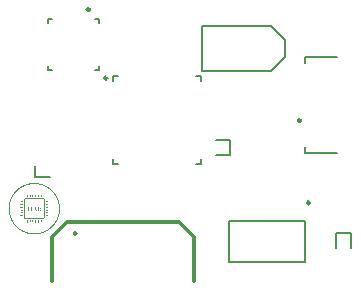
<source format=gbr>
%TF.GenerationSoftware,Altium Limited,Altium Designer,25.4.2 (15)*%
G04 Layer_Color=65535*
%FSLAX45Y45*%
%MOMM*%
%TF.SameCoordinates,67C836F6-C9C3-4B7B-B257-39D1A88473F1*%
%TF.FilePolarity,Positive*%
%TF.FileFunction,Legend,Top*%
%TF.Part,Single*%
G01*
G75*
%TA.AperFunction,NonConductor*%
%ADD46C,0.25400*%
%ADD47C,0.25000*%
%ADD48C,0.30000*%
%ADD49C,0.20000*%
%ADD50C,0.17500*%
G36*
X8621177Y6966318D02*
X8627919D01*
Y6965869D01*
X8632414D01*
Y6965419D01*
X8636460D01*
Y6964970D01*
X8640056D01*
Y6964520D01*
X8643202D01*
Y6964071D01*
X8645899D01*
Y6963621D01*
X8648596D01*
Y6963172D01*
X8650844D01*
Y6962722D01*
X8653091D01*
Y6962273D01*
X8655339D01*
Y6961823D01*
X8657586D01*
Y6961374D01*
X8659384D01*
Y6960924D01*
X8661182D01*
Y6960475D01*
X8662980D01*
Y6960025D01*
X8664778D01*
Y6959576D01*
X8666576D01*
Y6959126D01*
X8667924D01*
Y6958677D01*
X8669722D01*
Y6958227D01*
X8671071D01*
Y6957778D01*
X8672869D01*
Y6957328D01*
X8674217D01*
Y6956879D01*
X8675566D01*
Y6956429D01*
X8676914D01*
Y6955980D01*
X8678263D01*
Y6955530D01*
X8679611D01*
Y6955081D01*
X8680960D01*
Y6954632D01*
X8682308D01*
Y6954182D01*
X8683657D01*
Y6953732D01*
X8685005D01*
Y6953283D01*
X8685904D01*
Y6952833D01*
X8687253D01*
Y6952384D01*
X8688601D01*
Y6951935D01*
X8689500D01*
Y6951485D01*
X8690849D01*
Y6951035D01*
X8691748D01*
Y6950586D01*
X8692647D01*
Y6950136D01*
X8693995D01*
Y6949687D01*
X8694894D01*
Y6949238D01*
X8696242D01*
Y6948788D01*
X8697142D01*
Y6948338D01*
X8698041D01*
Y6947889D01*
X8698939D01*
Y6947439D01*
X8700288D01*
Y6946990D01*
X8701187D01*
Y6946541D01*
X8702086D01*
Y6946091D01*
X8702985D01*
Y6945641D01*
X8703884D01*
Y6945192D01*
X8704783D01*
Y6944743D01*
X8705682D01*
Y6944293D01*
X8706581D01*
Y6943844D01*
X8707480D01*
Y6943394D01*
X8708379D01*
Y6942944D01*
X8709278D01*
Y6942495D01*
X8710177D01*
Y6942046D01*
X8711076D01*
Y6941596D01*
X8711975D01*
Y6941147D01*
X8712874D01*
Y6940697D01*
X8713773D01*
Y6940247D01*
X8714222D01*
Y6939798D01*
X8715121D01*
Y6939349D01*
X8716020D01*
Y6938899D01*
X8716919D01*
Y6938450D01*
X8717818D01*
Y6938000D01*
X8718268D01*
Y6937551D01*
X8719167D01*
Y6937101D01*
X8720066D01*
Y6936652D01*
X8720515D01*
Y6936202D01*
X8721414D01*
Y6935753D01*
X8722313D01*
Y6935303D01*
X8722763D01*
Y6934854D01*
X8723662D01*
Y6934404D01*
X8724561D01*
Y6933955D01*
X8725010D01*
Y6933505D01*
X8725909D01*
Y6933056D01*
X8726359D01*
Y6932606D01*
X8727258D01*
Y6932157D01*
X8727707D01*
Y6931707D01*
X8728606D01*
Y6931258D01*
X8729056D01*
Y6930808D01*
X8729955D01*
Y6930359D01*
X8730854D01*
Y6929909D01*
X8731303D01*
Y6929460D01*
X8731753D01*
Y6929010D01*
X8732652D01*
Y6928561D01*
X8733101D01*
Y6928111D01*
X8734000D01*
Y6927662D01*
X8734450D01*
Y6927212D01*
X8735349D01*
Y6926763D01*
X8735798D01*
Y6926313D01*
X8736697D01*
Y6925864D01*
X8737147D01*
Y6925414D01*
X8737596D01*
Y6924965D01*
X8738495D01*
Y6924515D01*
X8738945D01*
Y6924066D01*
X8739394D01*
Y6923616D01*
X8740293D01*
Y6923167D01*
X8740742D01*
Y6922717D01*
X8741192D01*
Y6922268D01*
X8742091D01*
Y6921818D01*
X8742541D01*
Y6921369D01*
X8742990D01*
Y6920919D01*
X8743889D01*
Y6920470D01*
X8744339D01*
Y6920020D01*
X8744788D01*
Y6919571D01*
X8745238D01*
Y6919121D01*
X8745687D01*
Y6918672D01*
X8746586D01*
Y6918222D01*
X8747036D01*
Y6917773D01*
X8747485D01*
Y6917323D01*
X8747934D01*
Y6916874D01*
X8748833D01*
Y6916424D01*
X8749283D01*
Y6915975D01*
X8749733D01*
Y6915525D01*
X8750182D01*
Y6915076D01*
X8750631D01*
Y6914626D01*
X8751530D01*
Y6914177D01*
X8751980D01*
Y6913727D01*
X8752430D01*
Y6913278D01*
X8752879D01*
Y6912828D01*
X8753328D01*
Y6912379D01*
X8753778D01*
Y6911929D01*
X8754227D01*
Y6911480D01*
X8754677D01*
Y6911030D01*
X8755576D01*
Y6910581D01*
X8756025D01*
Y6910131D01*
X8756475D01*
Y6909682D01*
X8756924D01*
Y6909232D01*
X8757374D01*
Y6908783D01*
X8757823D01*
Y6908333D01*
X8758273D01*
Y6907884D01*
X8758722D01*
Y6907434D01*
X8759172D01*
Y6906985D01*
X8759621D01*
Y6906535D01*
X8760071D01*
Y6906086D01*
X8760520D01*
Y6905636D01*
X8760970D01*
Y6905187D01*
X8761419D01*
Y6904738D01*
X8761869D01*
Y6904288D01*
X8762318D01*
Y6903838D01*
X8763217D01*
Y6903389D01*
X8763667D01*
Y6902939D01*
X8764116D01*
Y6902490D01*
X8764566D01*
Y6901591D01*
X8765015D01*
Y6901141D01*
X8765465D01*
Y6900692D01*
X8765914D01*
Y6900242D01*
X8766364D01*
Y6899793D01*
X8766813D01*
Y6899344D01*
X8767263D01*
Y6898894D01*
X8767712D01*
Y6898444D01*
X8768162D01*
Y6897995D01*
X8768611D01*
Y6897546D01*
X8769061D01*
Y6897096D01*
X8769510D01*
Y6896647D01*
X8769960D01*
Y6896197D01*
X8770409D01*
Y6895748D01*
X8770859D01*
Y6895298D01*
X8771308D01*
Y6894849D01*
X8771758D01*
Y6893950D01*
X8772207D01*
Y6893500D01*
X8772657D01*
Y6893051D01*
X8773106D01*
Y6892601D01*
X8773556D01*
Y6892152D01*
X8774005D01*
Y6891702D01*
X8774455D01*
Y6891253D01*
X8774904D01*
Y6890354D01*
X8775354D01*
Y6889904D01*
X8775803D01*
Y6889455D01*
X8776253D01*
Y6889005D01*
X8776702D01*
Y6888556D01*
X8777152D01*
Y6888106D01*
X8777601D01*
Y6887207D01*
X8778051D01*
Y6886758D01*
X8778500D01*
Y6886308D01*
X8778950D01*
Y6885859D01*
X8779399D01*
Y6884960D01*
X8779849D01*
Y6884510D01*
X8780298D01*
Y6884061D01*
X8780747D01*
Y6883611D01*
X8781197D01*
Y6882712D01*
X8781647D01*
Y6882263D01*
X8782096D01*
Y6881813D01*
X8782546D01*
Y6880914D01*
X8782995D01*
Y6880465D01*
X8783444D01*
Y6880015D01*
X8783894D01*
Y6879116D01*
X8784344D01*
Y6878667D01*
X8784793D01*
Y6878217D01*
X8785243D01*
Y6877318D01*
X8785692D01*
Y6876869D01*
X8786141D01*
Y6876419D01*
X8786591D01*
Y6875520D01*
X8787041D01*
Y6875071D01*
X8787490D01*
Y6874172D01*
X8787939D01*
Y6873722D01*
X8788389D01*
Y6873273D01*
X8788838D01*
Y6872374D01*
X8789288D01*
Y6871924D01*
X8789738D01*
Y6871025D01*
X8790187D01*
Y6870576D01*
X8790636D01*
Y6869677D01*
X8791086D01*
Y6869227D01*
X8791535D01*
Y6868328D01*
X8791985D01*
Y6867879D01*
X8792435D01*
Y6866980D01*
X8792884D01*
Y6866530D01*
X8793333D01*
Y6865631D01*
X8793783D01*
Y6864733D01*
X8794232D01*
Y6864283D01*
X8794682D01*
Y6863384D01*
X8795132D01*
Y6862934D01*
X8795581D01*
Y6862036D01*
X8796030D01*
Y6861136D01*
X8796480D01*
Y6860687D01*
X8796929D01*
Y6859788D01*
X8797379D01*
Y6858889D01*
X8797828D01*
Y6858439D01*
X8798278D01*
Y6857541D01*
X8798727D01*
Y6856642D01*
X8799177D01*
Y6855742D01*
X8799626D01*
Y6855293D01*
X8800076D01*
Y6854394D01*
X8800525D01*
Y6853495D01*
X8800975D01*
Y6852596D01*
X8801424D01*
Y6851697D01*
X8801874D01*
Y6850798D01*
X8802323D01*
Y6849899D01*
X8802773D01*
Y6849450D01*
X8803222D01*
Y6848551D01*
X8803672D01*
Y6847652D01*
X8804121D01*
Y6846753D01*
X8804571D01*
Y6845854D01*
X8805020D01*
Y6844955D01*
X8805470D01*
Y6844056D01*
X8805919D01*
Y6843157D01*
X8806369D01*
Y6841808D01*
X8806818D01*
Y6840909D01*
X8807268D01*
Y6840010D01*
X8807717D01*
Y6839111D01*
X8808167D01*
Y6838212D01*
X8808616D01*
Y6836864D01*
X8809066D01*
Y6835965D01*
X8809515D01*
Y6835066D01*
X8809965D01*
Y6834167D01*
X8810414D01*
Y6832818D01*
X8810864D01*
Y6831919D01*
X8811313D01*
Y6830571D01*
X8811763D01*
Y6829672D01*
X8812212D01*
Y6828323D01*
X8812662D01*
Y6827424D01*
X8813111D01*
Y6826076D01*
X8813561D01*
Y6824727D01*
X8814010D01*
Y6823828D01*
X8814460D01*
Y6822480D01*
X8814909D01*
Y6821131D01*
X8815359D01*
Y6819783D01*
X8815808D01*
Y6818434D01*
X8816258D01*
Y6817086D01*
X8816707D01*
Y6815737D01*
X8817157D01*
Y6814389D01*
X8817606D01*
Y6813040D01*
X8818056D01*
Y6811692D01*
X8818505D01*
Y6809894D01*
X8818955D01*
Y6808545D01*
X8819404D01*
Y6806748D01*
X8819854D01*
Y6804950D01*
X8820303D01*
Y6803601D01*
X8820753D01*
Y6801803D01*
X8821202D01*
Y6799556D01*
X8821652D01*
Y6797758D01*
X8822101D01*
Y6795960D01*
X8822551D01*
Y6793712D01*
X8823000D01*
Y6791465D01*
X8823450D01*
Y6789217D01*
X8823899D01*
Y6786520D01*
X8824349D01*
Y6783823D01*
X8824798D01*
Y6781126D01*
X8825248D01*
Y6777980D01*
X8825697D01*
Y6773934D01*
X8826147D01*
Y6769889D01*
X8826596D01*
Y6764045D01*
X8827046D01*
Y6754606D01*
X8827495D01*
Y6744268D01*
X8827046D01*
Y6734379D01*
X8826596D01*
Y6728985D01*
X8826147D01*
Y6724490D01*
X8825697D01*
Y6720894D01*
X8825248D01*
Y6717748D01*
X8824798D01*
Y6714601D01*
X8824349D01*
Y6711904D01*
X8823899D01*
Y6709657D01*
X8823450D01*
Y6707409D01*
X8823000D01*
Y6705162D01*
X8822551D01*
Y6702914D01*
X8822101D01*
Y6700667D01*
X8821652D01*
Y6698869D01*
X8821202D01*
Y6697071D01*
X8820753D01*
Y6695273D01*
X8820303D01*
Y6693475D01*
X8819854D01*
Y6692126D01*
X8819404D01*
Y6690328D01*
X8818955D01*
Y6688530D01*
X8818505D01*
Y6687182D01*
X8818056D01*
Y6685833D01*
X8817606D01*
Y6684035D01*
X8817157D01*
Y6682687D01*
X8816707D01*
Y6681338D01*
X8816258D01*
Y6679990D01*
X8815808D01*
Y6678641D01*
X8815359D01*
Y6677743D01*
X8814909D01*
Y6676394D01*
X8814460D01*
Y6675046D01*
X8814010D01*
Y6673697D01*
X8813561D01*
Y6672798D01*
X8813111D01*
Y6671449D01*
X8812662D01*
Y6670101D01*
X8812212D01*
Y6669202D01*
X8811763D01*
Y6667854D01*
X8811313D01*
Y6666955D01*
X8810864D01*
Y6665606D01*
X8810414D01*
Y6664707D01*
X8809965D01*
Y6663808D01*
X8809515D01*
Y6662460D01*
X8809066D01*
Y6661561D01*
X8808616D01*
Y6660662D01*
X8808167D01*
Y6659763D01*
X8807717D01*
Y6658414D01*
X8807268D01*
Y6657515D01*
X8806818D01*
Y6656616D01*
X8806369D01*
Y6655717D01*
X8805919D01*
Y6654818D01*
X8805470D01*
Y6653919D01*
X8805020D01*
Y6653020D01*
X8804571D01*
Y6652121D01*
X8804121D01*
Y6651222D01*
X8803672D01*
Y6650323D01*
X8803222D01*
Y6649424D01*
X8802773D01*
Y6648525D01*
X8802323D01*
Y6647626D01*
X8801874D01*
Y6646727D01*
X8801424D01*
Y6645828D01*
X8800975D01*
Y6645379D01*
X8800525D01*
Y6644480D01*
X8800076D01*
Y6643581D01*
X8799626D01*
Y6642682D01*
X8799177D01*
Y6642232D01*
X8798727D01*
Y6641333D01*
X8798278D01*
Y6640434D01*
X8797828D01*
Y6639535D01*
X8797379D01*
Y6639086D01*
X8796929D01*
Y6638187D01*
X8796480D01*
Y6637288D01*
X8796030D01*
Y6636838D01*
X8795581D01*
Y6635939D01*
X8795132D01*
Y6635040D01*
X8794682D01*
Y6634591D01*
X8794232D01*
Y6633692D01*
X8793783D01*
Y6633243D01*
X8793333D01*
Y6632343D01*
X8792884D01*
Y6631444D01*
X8792435D01*
Y6630995D01*
X8791985D01*
Y6630096D01*
X8791535D01*
Y6629646D01*
X8791086D01*
Y6628747D01*
X8790636D01*
Y6628298D01*
X8790187D01*
Y6627399D01*
X8789738D01*
Y6626949D01*
X8789288D01*
Y6626051D01*
X8788838D01*
Y6625601D01*
X8788389D01*
Y6625152D01*
X8787939D01*
Y6624252D01*
X8787490D01*
Y6623803D01*
X8787041D01*
Y6622904D01*
X8786591D01*
Y6622455D01*
X8786141D01*
Y6622005D01*
X8785692D01*
Y6621106D01*
X8785243D01*
Y6620657D01*
X8784793D01*
Y6619758D01*
X8784344D01*
Y6619308D01*
X8783894D01*
Y6618858D01*
X8783444D01*
Y6617960D01*
X8782995D01*
Y6617510D01*
X8782546D01*
Y6617061D01*
X8782096D01*
Y6616611D01*
X8781647D01*
Y6615712D01*
X8781197D01*
Y6615263D01*
X8780747D01*
Y6614813D01*
X8780298D01*
Y6613914D01*
X8779849D01*
Y6613465D01*
X8779399D01*
Y6613015D01*
X8778950D01*
Y6612566D01*
X8778500D01*
Y6611667D01*
X8778051D01*
Y6611217D01*
X8777601D01*
Y6610768D01*
X8777152D01*
Y6610318D01*
X8776702D01*
Y6609869D01*
X8776253D01*
Y6608970D01*
X8775803D01*
Y6608520D01*
X8775354D01*
Y6608071D01*
X8774904D01*
Y6607621D01*
X8774455D01*
Y6607172D01*
X8774005D01*
Y6606722D01*
X8773556D01*
Y6605823D01*
X8773106D01*
Y6605374D01*
X8772657D01*
Y6604924D01*
X8772207D01*
Y6604475D01*
X8771758D01*
Y6604025D01*
X8771308D01*
Y6603576D01*
X8770859D01*
Y6603126D01*
X8770409D01*
Y6602677D01*
X8769960D01*
Y6602227D01*
X8769510D01*
Y6601778D01*
X8769061D01*
Y6600879D01*
X8768611D01*
Y6600429D01*
X8768162D01*
Y6599980D01*
X8767712D01*
Y6599530D01*
X8767263D01*
Y6599081D01*
X8766813D01*
Y6598631D01*
X8766364D01*
Y6598182D01*
X8765914D01*
Y6597732D01*
X8765465D01*
Y6597283D01*
X8765015D01*
Y6596833D01*
X8764566D01*
Y6596384D01*
X8764116D01*
Y6595934D01*
X8763667D01*
Y6595485D01*
X8763217D01*
Y6595035D01*
X8762768D01*
Y6594586D01*
X8762318D01*
Y6594136D01*
X8761869D01*
Y6593687D01*
X8761419D01*
Y6593238D01*
X8760970D01*
Y6592788D01*
X8760520D01*
Y6592338D01*
X8760071D01*
Y6591889D01*
X8759621D01*
Y6591439D01*
X8759172D01*
Y6590990D01*
X8758722D01*
Y6590541D01*
X8758273D01*
Y6590091D01*
X8757374D01*
Y6589641D01*
X8756924D01*
Y6589192D01*
X8756475D01*
Y6588742D01*
X8756025D01*
Y6588293D01*
X8755576D01*
Y6587844D01*
X8755127D01*
Y6587394D01*
X8754677D01*
Y6586944D01*
X8754227D01*
Y6586495D01*
X8753778D01*
Y6586046D01*
X8753328D01*
Y6585596D01*
X8752430D01*
Y6585147D01*
X8751980D01*
Y6584697D01*
X8751530D01*
Y6584247D01*
X8751081D01*
Y6583798D01*
X8750631D01*
Y6583349D01*
X8750182D01*
Y6582899D01*
X8749283D01*
Y6582450D01*
X8748833D01*
Y6582000D01*
X8748384D01*
Y6581550D01*
X8747934D01*
Y6581101D01*
X8747485D01*
Y6580652D01*
X8746586D01*
Y6580202D01*
X8746136D01*
Y6579753D01*
X8745687D01*
Y6579303D01*
X8745238D01*
Y6578853D01*
X8744339D01*
Y6578404D01*
X8743889D01*
Y6577955D01*
X8743439D01*
Y6577505D01*
X8742541D01*
Y6577056D01*
X8742091D01*
Y6576606D01*
X8741642D01*
Y6576157D01*
X8741192D01*
Y6575707D01*
X8740293D01*
Y6575258D01*
X8739844D01*
Y6574808D01*
X8739394D01*
Y6574359D01*
X8738495D01*
Y6573909D01*
X8738046D01*
Y6573460D01*
X8737147D01*
Y6573010D01*
X8736697D01*
Y6572561D01*
X8736248D01*
Y6572111D01*
X8735349D01*
Y6571662D01*
X8734899D01*
Y6571212D01*
X8734000D01*
Y6570763D01*
X8733551D01*
Y6570313D01*
X8733101D01*
Y6569864D01*
X8732202D01*
Y6569414D01*
X8731753D01*
Y6568965D01*
X8730854D01*
Y6568515D01*
X8730404D01*
Y6568066D01*
X8729505D01*
Y6567616D01*
X8729056D01*
Y6567167D01*
X8728157D01*
Y6566717D01*
X8727707D01*
Y6566268D01*
X8726808D01*
Y6565818D01*
X8725909D01*
Y6565369D01*
X8725460D01*
Y6564919D01*
X8724561D01*
Y6564470D01*
X8724111D01*
Y6564020D01*
X8723212D01*
Y6563571D01*
X8722313D01*
Y6563121D01*
X8721864D01*
Y6562672D01*
X8720965D01*
Y6562222D01*
X8720066D01*
Y6561773D01*
X8719616D01*
Y6561323D01*
X8718717D01*
Y6560874D01*
X8717818D01*
Y6560424D01*
X8717369D01*
Y6559975D01*
X8716470D01*
Y6559525D01*
X8715571D01*
Y6559076D01*
X8714672D01*
Y6558626D01*
X8713773D01*
Y6558177D01*
X8713323D01*
Y6557727D01*
X8712424D01*
Y6557278D01*
X8711525D01*
Y6556828D01*
X8710626D01*
Y6556379D01*
X8709727D01*
Y6555929D01*
X8708828D01*
Y6555480D01*
X8707929D01*
Y6555030D01*
X8707030D01*
Y6554581D01*
X8706131D01*
Y6554131D01*
X8705233D01*
Y6553682D01*
X8704333D01*
Y6553232D01*
X8703434D01*
Y6552783D01*
X8702536D01*
Y6552333D01*
X8701636D01*
Y6551884D01*
X8700737D01*
Y6551434D01*
X8699389D01*
Y6550985D01*
X8698490D01*
Y6550535D01*
X8697591D01*
Y6550086D01*
X8696692D01*
Y6549636D01*
X8695344D01*
Y6549187D01*
X8694445D01*
Y6548737D01*
X8693545D01*
Y6548288D01*
X8692197D01*
Y6547838D01*
X8691298D01*
Y6547389D01*
X8689950D01*
Y6546939D01*
X8689051D01*
Y6546490D01*
X8687702D01*
Y6546041D01*
X8686354D01*
Y6545591D01*
X8685455D01*
Y6545141D01*
X8684106D01*
Y6544692D01*
X8682758D01*
Y6544242D01*
X8681409D01*
Y6543793D01*
X8680510D01*
Y6543344D01*
X8679162D01*
Y6542894D01*
X8677813D01*
Y6542444D01*
X8676465D01*
Y6541995D01*
X8674667D01*
Y6541545D01*
X8673318D01*
Y6541096D01*
X8671970D01*
Y6540647D01*
X8670172D01*
Y6540197D01*
X8668823D01*
Y6539747D01*
X8667025D01*
Y6539298D01*
X8665677D01*
Y6538848D01*
X8663879D01*
Y6538399D01*
X8662081D01*
Y6537950D01*
X8660283D01*
Y6537500D01*
X8658036D01*
Y6537050D01*
X8656237D01*
Y6536601D01*
X8653990D01*
Y6536152D01*
X8651742D01*
Y6535702D01*
X8649495D01*
Y6535253D01*
X8646798D01*
Y6534803D01*
X8644551D01*
Y6534353D01*
X8641404D01*
Y6533904D01*
X8638258D01*
Y6533455D01*
X8634662D01*
Y6533005D01*
X8629717D01*
Y6532556D01*
X8624323D01*
Y6532106D01*
X8613086D01*
Y6531656D01*
X8606793D01*
Y6532106D01*
X8595556D01*
Y6532556D01*
X8589712D01*
Y6533005D01*
X8585667D01*
Y6533455D01*
X8581621D01*
Y6533904D01*
X8578475D01*
Y6534353D01*
X8575328D01*
Y6534803D01*
X8572631D01*
Y6535253D01*
X8570384D01*
Y6535702D01*
X8568137D01*
Y6536152D01*
X8565440D01*
Y6536601D01*
X8563641D01*
Y6537050D01*
X8561394D01*
Y6537500D01*
X8559596D01*
Y6537950D01*
X8557798D01*
Y6538399D01*
X8556000D01*
Y6538848D01*
X8554202D01*
Y6539298D01*
X8552404D01*
Y6539747D01*
X8551056D01*
Y6540197D01*
X8549258D01*
Y6540647D01*
X8547909D01*
Y6541096D01*
X8546111D01*
Y6541545D01*
X8544763D01*
Y6541995D01*
X8543414D01*
Y6542444D01*
X8542066D01*
Y6542894D01*
X8540717D01*
Y6543344D01*
X8539369D01*
Y6543793D01*
X8538020D01*
Y6544242D01*
X8536672D01*
Y6544692D01*
X8535773D01*
Y6545141D01*
X8534424D01*
Y6545591D01*
X8533076D01*
Y6546041D01*
X8532177D01*
Y6546490D01*
X8530828D01*
Y6546939D01*
X8529480D01*
Y6547389D01*
X8528581D01*
Y6547838D01*
X8527682D01*
Y6548288D01*
X8526333D01*
Y6548737D01*
X8525434D01*
Y6549187D01*
X8524086D01*
Y6549636D01*
X8523187D01*
Y6550086D01*
X8522288D01*
Y6550535D01*
X8521389D01*
Y6550985D01*
X8520040D01*
Y6551434D01*
X8519141D01*
Y6551884D01*
X8518243D01*
Y6552333D01*
X8517343D01*
Y6552783D01*
X8516444D01*
Y6553232D01*
X8515546D01*
Y6553682D01*
X8514646D01*
Y6554131D01*
X8513748D01*
Y6554581D01*
X8512849D01*
Y6555030D01*
X8511949D01*
Y6555480D01*
X8511051D01*
Y6555929D01*
X8510152D01*
Y6556379D01*
X8509252D01*
Y6556828D01*
X8508354D01*
Y6557278D01*
X8507455D01*
Y6557727D01*
X8506556D01*
Y6558177D01*
X8505657D01*
Y6558626D01*
X8504758D01*
Y6559076D01*
X8504308D01*
Y6559525D01*
X8503409D01*
Y6559975D01*
X8502510D01*
Y6560424D01*
X8501611D01*
Y6560874D01*
X8501162D01*
Y6561323D01*
X8500263D01*
Y6561773D01*
X8499364D01*
Y6562222D01*
X8498914D01*
Y6562672D01*
X8498015D01*
Y6563121D01*
X8497116D01*
Y6563571D01*
X8496667D01*
Y6564020D01*
X8495768D01*
Y6564470D01*
X8494869D01*
Y6564919D01*
X8494419D01*
Y6565369D01*
X8493520D01*
Y6565818D01*
X8493071D01*
Y6566268D01*
X8492172D01*
Y6566717D01*
X8491722D01*
Y6567167D01*
X8490823D01*
Y6567616D01*
X8489924D01*
Y6568066D01*
X8489475D01*
Y6568515D01*
X8488576D01*
Y6568965D01*
X8488126D01*
Y6569414D01*
X8487677D01*
Y6569864D01*
X8486778D01*
Y6570313D01*
X8486328D01*
Y6570763D01*
X8485429D01*
Y6571212D01*
X8484980D01*
Y6571662D01*
X8484081D01*
Y6572111D01*
X8483631D01*
Y6572561D01*
X8483182D01*
Y6573010D01*
X8482283D01*
Y6573460D01*
X8481833D01*
Y6573909D01*
X8480934D01*
Y6574359D01*
X8480485D01*
Y6574808D01*
X8480035D01*
Y6575258D01*
X8479136D01*
Y6575707D01*
X8478687D01*
Y6576157D01*
X8478237D01*
Y6576606D01*
X8477338D01*
Y6577056D01*
X8476889D01*
Y6577505D01*
X8476439D01*
Y6577955D01*
X8475990D01*
Y6578404D01*
X8475091D01*
Y6578853D01*
X8474641D01*
Y6579303D01*
X8474192D01*
Y6579753D01*
X8473743D01*
Y6580202D01*
X8472843D01*
Y6580652D01*
X8472394D01*
Y6581101D01*
X8471944D01*
Y6581550D01*
X8471495D01*
Y6582000D01*
X8470596D01*
Y6582450D01*
X8470146D01*
Y6582899D01*
X8469697D01*
Y6583349D01*
X8469247D01*
Y6583798D01*
X8468798D01*
Y6584247D01*
X8468349D01*
Y6584697D01*
X8467449D01*
Y6585147D01*
X8467000D01*
Y6585596D01*
X8466551D01*
Y6586046D01*
X8466101D01*
Y6586495D01*
X8465652D01*
Y6586944D01*
X8465202D01*
Y6587394D01*
X8464752D01*
Y6587844D01*
X8463854D01*
Y6588293D01*
X8463404D01*
Y6588742D01*
X8462955D01*
Y6589192D01*
X8462505D01*
Y6589641D01*
X8462055D01*
Y6590091D01*
X8461606D01*
Y6590541D01*
X8461157D01*
Y6590990D01*
X8460707D01*
Y6591439D01*
X8460258D01*
Y6591889D01*
X8459808D01*
Y6592338D01*
X8459359D01*
Y6592788D01*
X8458909D01*
Y6593238D01*
X8458460D01*
Y6593687D01*
X8458010D01*
Y6594136D01*
X8457561D01*
Y6594586D01*
X8457111D01*
Y6595035D01*
X8456662D01*
Y6595485D01*
X8456212D01*
Y6595934D01*
X8455763D01*
Y6596384D01*
X8455313D01*
Y6596833D01*
X8454864D01*
Y6597283D01*
X8454414D01*
Y6597732D01*
X8453965D01*
Y6598182D01*
X8453515D01*
Y6598631D01*
X8453066D01*
Y6599081D01*
X8452616D01*
Y6599530D01*
X8452167D01*
Y6599980D01*
X8451717D01*
Y6600429D01*
X8451268D01*
Y6600879D01*
X8450818D01*
Y6601328D01*
X8450369D01*
Y6601778D01*
X8449919D01*
Y6602227D01*
X8449470D01*
Y6602677D01*
X8449020D01*
Y6603126D01*
X8448571D01*
Y6604025D01*
X8448121D01*
Y6604475D01*
X8447672D01*
Y6604924D01*
X8447222D01*
Y6605374D01*
X8446773D01*
Y6605823D01*
X8446323D01*
Y6606273D01*
X8445874D01*
Y6606722D01*
X8445424D01*
Y6607172D01*
X8444975D01*
Y6608071D01*
X8444525D01*
Y6608520D01*
X8444076D01*
Y6608970D01*
X8443626D01*
Y6609419D01*
X8443177D01*
Y6609869D01*
X8442727D01*
Y6610768D01*
X8442278D01*
Y6611217D01*
X8441828D01*
Y6611667D01*
X8441379D01*
Y6612116D01*
X8440929D01*
Y6612566D01*
X8440480D01*
Y6613465D01*
X8440030D01*
Y6613914D01*
X8439581D01*
Y6614364D01*
X8439131D01*
Y6614813D01*
X8438682D01*
Y6615712D01*
X8438232D01*
Y6616162D01*
X8437783D01*
Y6616611D01*
X8437333D01*
Y6617510D01*
X8436884D01*
Y6617960D01*
X8436434D01*
Y6618409D01*
X8435985D01*
Y6619308D01*
X8435535D01*
Y6619758D01*
X8435086D01*
Y6620207D01*
X8434636D01*
Y6621106D01*
X8434187D01*
Y6621555D01*
X8433738D01*
Y6622005D01*
X8433288D01*
Y6622904D01*
X8432838D01*
Y6623354D01*
X8432389D01*
Y6624252D01*
X8431939D01*
Y6624702D01*
X8431490D01*
Y6625152D01*
X8431041D01*
Y6626051D01*
X8430591D01*
Y6626500D01*
X8430141D01*
Y6627399D01*
X8429692D01*
Y6627849D01*
X8429242D01*
Y6628747D01*
X8428793D01*
Y6629197D01*
X8428344D01*
Y6630096D01*
X8427894D01*
Y6630546D01*
X8427444D01*
Y6631444D01*
X8426995D01*
Y6631894D01*
X8426546D01*
Y6632793D01*
X8426096D01*
Y6633692D01*
X8425647D01*
Y6634141D01*
X8425197D01*
Y6635040D01*
X8424747D01*
Y6635490D01*
X8424298D01*
Y6636389D01*
X8423849D01*
Y6637288D01*
X8423399D01*
Y6637737D01*
X8422950D01*
Y6638636D01*
X8422500D01*
Y6639535D01*
X8422050D01*
Y6639985D01*
X8421601D01*
Y6640884D01*
X8421152D01*
Y6641783D01*
X8420702D01*
Y6642682D01*
X8420253D01*
Y6643131D01*
X8419803D01*
Y6644030D01*
X8419353D01*
Y6644929D01*
X8418904D01*
Y6645828D01*
X8418455D01*
Y6646727D01*
X8418005D01*
Y6647177D01*
X8417556D01*
Y6648076D01*
X8417106D01*
Y6648975D01*
X8416657D01*
Y6649874D01*
X8416207D01*
Y6650773D01*
X8415758D01*
Y6651672D01*
X8415308D01*
Y6652571D01*
X8414859D01*
Y6653470D01*
X8414409D01*
Y6654369D01*
X8413960D01*
Y6655268D01*
X8413510D01*
Y6656167D01*
X8413061D01*
Y6657066D01*
X8412611D01*
Y6658414D01*
X8412162D01*
Y6659313D01*
X8411712D01*
Y6660212D01*
X8411263D01*
Y6661111D01*
X8410813D01*
Y6662010D01*
X8410364D01*
Y6663359D01*
X8409914D01*
Y6664258D01*
X8409465D01*
Y6665157D01*
X8409015D01*
Y6666505D01*
X8408566D01*
Y6667404D01*
X8408116D01*
Y6668752D01*
X8407667D01*
Y6669652D01*
X8407217D01*
Y6671000D01*
X8406768D01*
Y6671899D01*
X8406318D01*
Y6673248D01*
X8405869D01*
Y6674596D01*
X8405419D01*
Y6675495D01*
X8404970D01*
Y6676843D01*
X8404520D01*
Y6678192D01*
X8404071D01*
Y6679540D01*
X8403621D01*
Y6680889D01*
X8403172D01*
Y6682237D01*
X8402722D01*
Y6683586D01*
X8402273D01*
Y6684934D01*
X8401823D01*
Y6686732D01*
X8401374D01*
Y6688081D01*
X8400924D01*
Y6689429D01*
X8400475D01*
Y6691227D01*
X8400025D01*
Y6693025D01*
X8399576D01*
Y6694374D01*
X8399126D01*
Y6696172D01*
X8398677D01*
Y6697970D01*
X8398227D01*
Y6699768D01*
X8397778D01*
Y6702015D01*
X8397328D01*
Y6704263D01*
X8396879D01*
Y6706061D01*
X8396429D01*
Y6708758D01*
X8395980D01*
Y6711005D01*
X8395530D01*
Y6713702D01*
X8395081D01*
Y6716399D01*
X8394631D01*
Y6719546D01*
X8394182D01*
Y6723141D01*
X8393732D01*
Y6726737D01*
X8393283D01*
Y6731682D01*
X8392833D01*
Y6738874D01*
X8392384D01*
Y6760000D01*
X8392833D01*
Y6766742D01*
X8393283D01*
Y6771687D01*
X8393732D01*
Y6775732D01*
X8394182D01*
Y6779328D01*
X8394631D01*
Y6782475D01*
X8395081D01*
Y6785172D01*
X8395530D01*
Y6787869D01*
X8395980D01*
Y6790116D01*
X8396429D01*
Y6792364D01*
X8396879D01*
Y6794611D01*
X8397328D01*
Y6796859D01*
X8397778D01*
Y6798657D01*
X8398227D01*
Y6800455D01*
X8398677D01*
Y6802253D01*
X8399126D01*
Y6804051D01*
X8399576D01*
Y6805848D01*
X8400025D01*
Y6807647D01*
X8400475D01*
Y6808995D01*
X8400924D01*
Y6810793D01*
X8401374D01*
Y6812142D01*
X8401823D01*
Y6813490D01*
X8402273D01*
Y6814839D01*
X8402722D01*
Y6816636D01*
X8403172D01*
Y6817985D01*
X8403621D01*
Y6819333D01*
X8404071D01*
Y6820682D01*
X8404520D01*
Y6821581D01*
X8404970D01*
Y6822929D01*
X8405419D01*
Y6824278D01*
X8405869D01*
Y6825626D01*
X8406318D01*
Y6826525D01*
X8406768D01*
Y6827874D01*
X8407217D01*
Y6828773D01*
X8407667D01*
Y6830121D01*
X8408116D01*
Y6831020D01*
X8408566D01*
Y6832369D01*
X8409015D01*
Y6833268D01*
X8409465D01*
Y6834616D01*
X8409914D01*
Y6835515D01*
X8410364D01*
Y6836414D01*
X8410813D01*
Y6837313D01*
X8411263D01*
Y6838662D01*
X8411712D01*
Y6839561D01*
X8412162D01*
Y6840460D01*
X8412611D01*
Y6841359D01*
X8413061D01*
Y6842258D01*
X8413510D01*
Y6843157D01*
X8413960D01*
Y6844056D01*
X8414409D01*
Y6844955D01*
X8414859D01*
Y6846303D01*
X8415308D01*
Y6847202D01*
X8415758D01*
Y6848101D01*
X8416207D01*
Y6848551D01*
X8416657D01*
Y6849450D01*
X8417106D01*
Y6850349D01*
X8417556D01*
Y6851248D01*
X8418005D01*
Y6852147D01*
X8418455D01*
Y6853045D01*
X8418904D01*
Y6853945D01*
X8419353D01*
Y6854394D01*
X8419803D01*
Y6855293D01*
X8420253D01*
Y6856192D01*
X8420702D01*
Y6857091D01*
X8421152D01*
Y6857990D01*
X8421601D01*
Y6858439D01*
X8422050D01*
Y6859339D01*
X8422500D01*
Y6860237D01*
X8422950D01*
Y6860687D01*
X8423399D01*
Y6861586D01*
X8423849D01*
Y6862485D01*
X8424298D01*
Y6862934D01*
X8424747D01*
Y6863833D01*
X8425197D01*
Y6864283D01*
X8425647D01*
Y6865182D01*
X8426096D01*
Y6866081D01*
X8426546D01*
Y6866530D01*
X8426995D01*
Y6867429D01*
X8427444D01*
Y6867879D01*
X8427894D01*
Y6868778D01*
X8428344D01*
Y6869227D01*
X8428793D01*
Y6870126D01*
X8429242D01*
Y6870576D01*
X8429692D01*
Y6871475D01*
X8430141D01*
Y6871924D01*
X8430591D01*
Y6872823D01*
X8431041D01*
Y6873273D01*
X8431490D01*
Y6874172D01*
X8431939D01*
Y6874621D01*
X8432389D01*
Y6875071D01*
X8432838D01*
Y6875970D01*
X8433288D01*
Y6876419D01*
X8433738D01*
Y6877318D01*
X8434187D01*
Y6877768D01*
X8434636D01*
Y6878217D01*
X8435086D01*
Y6879116D01*
X8435535D01*
Y6879566D01*
X8435985D01*
Y6880015D01*
X8436434D01*
Y6880914D01*
X8436884D01*
Y6881364D01*
X8437333D01*
Y6881813D01*
X8437783D01*
Y6882712D01*
X8438232D01*
Y6883162D01*
X8438682D01*
Y6883611D01*
X8439131D01*
Y6884061D01*
X8439581D01*
Y6884960D01*
X8440030D01*
Y6885409D01*
X8440480D01*
Y6885859D01*
X8440929D01*
Y6886308D01*
X8441379D01*
Y6887207D01*
X8441828D01*
Y6887657D01*
X8442278D01*
Y6888106D01*
X8442727D01*
Y6888556D01*
X8443177D01*
Y6889005D01*
X8443626D01*
Y6889904D01*
X8444076D01*
Y6890354D01*
X8444525D01*
Y6890803D01*
X8444975D01*
Y6891253D01*
X8445424D01*
Y6891702D01*
X8445874D01*
Y6892152D01*
X8446323D01*
Y6892601D01*
X8446773D01*
Y6893500D01*
X8447222D01*
Y6893950D01*
X8447672D01*
Y6894399D01*
X8448121D01*
Y6894849D01*
X8448571D01*
Y6895298D01*
X8449020D01*
Y6895748D01*
X8449470D01*
Y6896197D01*
X8449919D01*
Y6896647D01*
X8450369D01*
Y6897096D01*
X8450818D01*
Y6897546D01*
X8451268D01*
Y6898444D01*
X8451717D01*
Y6898894D01*
X8452167D01*
Y6899344D01*
X8452616D01*
Y6899793D01*
X8453066D01*
Y6900242D01*
X8453515D01*
Y6900692D01*
X8453965D01*
Y6901141D01*
X8454414D01*
Y6901591D01*
X8454864D01*
Y6902041D01*
X8455313D01*
Y6902490D01*
X8455763D01*
Y6902939D01*
X8456212D01*
Y6903389D01*
X8456662D01*
Y6903838D01*
X8457111D01*
Y6904288D01*
X8457561D01*
Y6904738D01*
X8458010D01*
Y6905187D01*
X8458460D01*
Y6905636D01*
X8458909D01*
Y6906086D01*
X8459359D01*
Y6906535D01*
X8459808D01*
Y6906985D01*
X8460258D01*
Y6907434D01*
X8460707D01*
Y6907884D01*
X8461606D01*
Y6908333D01*
X8462055D01*
Y6908783D01*
X8462505D01*
Y6909232D01*
X8462955D01*
Y6909682D01*
X8463404D01*
Y6910131D01*
X8463854D01*
Y6910581D01*
X8464303D01*
Y6911030D01*
X8464752D01*
Y6911480D01*
X8465202D01*
Y6911929D01*
X8465652D01*
Y6912379D01*
X8466551D01*
Y6912828D01*
X8467000D01*
Y6913278D01*
X8467449D01*
Y6913727D01*
X8467899D01*
Y6914177D01*
X8468349D01*
Y6914626D01*
X8468798D01*
Y6915076D01*
X8469247D01*
Y6915525D01*
X8470146D01*
Y6915975D01*
X8470596D01*
Y6916424D01*
X8471046D01*
Y6916874D01*
X8471495D01*
Y6917323D01*
X8471944D01*
Y6917773D01*
X8472843D01*
Y6918222D01*
X8473293D01*
Y6918672D01*
X8473743D01*
Y6919121D01*
X8474192D01*
Y6919571D01*
X8475091D01*
Y6920020D01*
X8475540D01*
Y6920470D01*
X8475990D01*
Y6920919D01*
X8476889D01*
Y6921369D01*
X8477338D01*
Y6921818D01*
X8477788D01*
Y6922268D01*
X8478237D01*
Y6922717D01*
X8479136D01*
Y6923167D01*
X8479586D01*
Y6923616D01*
X8480035D01*
Y6924066D01*
X8480934D01*
Y6924515D01*
X8481384D01*
Y6924965D01*
X8481833D01*
Y6925414D01*
X8482732D01*
Y6925864D01*
X8483182D01*
Y6926313D01*
X8484081D01*
Y6926763D01*
X8484530D01*
Y6927212D01*
X8484980D01*
Y6927662D01*
X8485879D01*
Y6928111D01*
X8486328D01*
Y6928561D01*
X8487227D01*
Y6929010D01*
X8487677D01*
Y6929460D01*
X8488576D01*
Y6929909D01*
X8489025D01*
Y6930359D01*
X8489924D01*
Y6930808D01*
X8490374D01*
Y6931258D01*
X8491273D01*
Y6931707D01*
X8491722D01*
Y6932157D01*
X8492621D01*
Y6932606D01*
X8493071D01*
Y6933056D01*
X8493970D01*
Y6933505D01*
X8494869D01*
Y6933955D01*
X8495318D01*
Y6934404D01*
X8496217D01*
Y6934854D01*
X8496667D01*
Y6935303D01*
X8497566D01*
Y6935753D01*
X8498465D01*
Y6936202D01*
X8498914D01*
Y6936652D01*
X8499813D01*
Y6937101D01*
X8500712D01*
Y6937551D01*
X8501162D01*
Y6938000D01*
X8502061D01*
Y6938450D01*
X8502960D01*
Y6938899D01*
X8503859D01*
Y6939349D01*
X8504758D01*
Y6939798D01*
X8505207D01*
Y6940247D01*
X8506106D01*
Y6940697D01*
X8507005D01*
Y6941147D01*
X8507904D01*
Y6941596D01*
X8508803D01*
Y6942046D01*
X8509702D01*
Y6942495D01*
X8510601D01*
Y6942944D01*
X8511051D01*
Y6943394D01*
X8512399D01*
Y6943844D01*
X8512849D01*
Y6944293D01*
X8514197D01*
Y6944743D01*
X8515096D01*
Y6945192D01*
X8515995D01*
Y6945641D01*
X8516894D01*
Y6946091D01*
X8517793D01*
Y6946541D01*
X8518692D01*
Y6946990D01*
X8519591D01*
Y6947439D01*
X8520490D01*
Y6947889D01*
X8521838D01*
Y6948338D01*
X8522737D01*
Y6948788D01*
X8523636D01*
Y6949238D01*
X8524535D01*
Y6949687D01*
X8525884D01*
Y6950136D01*
X8526783D01*
Y6950586D01*
X8528131D01*
Y6951035D01*
X8529030D01*
Y6951485D01*
X8529929D01*
Y6951935D01*
X8531278D01*
Y6952384D01*
X8532626D01*
Y6952833D01*
X8533525D01*
Y6953283D01*
X8534874D01*
Y6953732D01*
X8536222D01*
Y6954182D01*
X8537571D01*
Y6954632D01*
X8538470D01*
Y6955081D01*
X8539818D01*
Y6955530D01*
X8541167D01*
Y6955980D01*
X8542515D01*
Y6956429D01*
X8543864D01*
Y6956879D01*
X8545662D01*
Y6957328D01*
X8547010D01*
Y6957778D01*
X8548359D01*
Y6958227D01*
X8550157D01*
Y6958677D01*
X8551505D01*
Y6959126D01*
X8553303D01*
Y6959576D01*
X8555101D01*
Y6960025D01*
X8556899D01*
Y6960475D01*
X8558697D01*
Y6960924D01*
X8560495D01*
Y6961374D01*
X8562293D01*
Y6961823D01*
X8564540D01*
Y6962273D01*
X8566338D01*
Y6962722D01*
X8569035D01*
Y6963172D01*
X8571283D01*
Y6963621D01*
X8573980D01*
Y6964071D01*
X8576677D01*
Y6964520D01*
X8579823D01*
Y6964970D01*
X8582970D01*
Y6965419D01*
X8587015D01*
Y6965869D01*
X8591960D01*
Y6966318D01*
X8598702D01*
Y6966768D01*
X8621177D01*
Y6966318D01*
D02*
G37*
%LPC*%
G36*
X8610839Y6958677D02*
X8609040D01*
Y6958227D01*
X8596005D01*
Y6957778D01*
X8590162D01*
Y6957328D01*
X8586116D01*
Y6956879D01*
X8582071D01*
Y6956429D01*
X8578924D01*
Y6955980D01*
X8576227D01*
Y6955530D01*
X8573530D01*
Y6955081D01*
X8570834D01*
Y6954632D01*
X8568586D01*
Y6954182D01*
X8566338D01*
Y6953732D01*
X8564540D01*
Y6953283D01*
X8562293D01*
Y6952833D01*
X8560495D01*
Y6952384D01*
X8558697D01*
Y6951935D01*
X8556899D01*
Y6951485D01*
X8555551D01*
Y6951035D01*
X8553753D01*
Y6950586D01*
X8551955D01*
Y6950136D01*
X8550606D01*
Y6949687D01*
X8548808D01*
Y6949238D01*
X8547460D01*
Y6948788D01*
X8546111D01*
Y6948338D01*
X8544763D01*
Y6947889D01*
X8543414D01*
Y6947439D01*
X8542066D01*
Y6946990D01*
X8540717D01*
Y6946541D01*
X8539369D01*
Y6946091D01*
X8538020D01*
Y6945641D01*
X8537121D01*
Y6945192D01*
X8535773D01*
Y6944743D01*
X8534874D01*
Y6944293D01*
X8533525D01*
Y6943844D01*
X8532177D01*
Y6943394D01*
X8531278D01*
Y6942944D01*
X8530379D01*
Y6942495D01*
X8529030D01*
Y6942046D01*
X8528131D01*
Y6941596D01*
X8526783D01*
Y6941147D01*
X8525884D01*
Y6940697D01*
X8524985D01*
Y6940247D01*
X8523636D01*
Y6939798D01*
X8522737D01*
Y6939349D01*
X8521838D01*
Y6938899D01*
X8520940D01*
Y6938450D01*
X8520040D01*
Y6938000D01*
X8519141D01*
Y6937551D01*
X8518243D01*
Y6937101D01*
X8517343D01*
Y6936652D01*
X8516444D01*
Y6936202D01*
X8515546D01*
Y6935753D01*
X8514646D01*
Y6935303D01*
X8513748D01*
Y6934854D01*
X8512849D01*
Y6934404D01*
X8511949D01*
Y6933955D01*
X8511051D01*
Y6933505D01*
X8510152D01*
Y6933056D01*
X8509252D01*
Y6932606D01*
X8508803D01*
Y6932157D01*
X8507904D01*
Y6931707D01*
X8507005D01*
Y6931258D01*
X8506106D01*
Y6930808D01*
X8505657D01*
Y6930359D01*
X8504758D01*
Y6929909D01*
X8503859D01*
Y6929460D01*
X8502960D01*
Y6929010D01*
X8502510D01*
Y6928561D01*
X8501611D01*
Y6928111D01*
X8500712D01*
Y6927662D01*
X8500263D01*
Y6927212D01*
X8499364D01*
Y6926763D01*
X8498914D01*
Y6926313D01*
X8498015D01*
Y6925864D01*
X8497116D01*
Y6925414D01*
X8496667D01*
Y6924965D01*
X8495768D01*
Y6924515D01*
X8495318D01*
Y6924066D01*
X8494419D01*
Y6923616D01*
X8493970D01*
Y6923167D01*
X8493071D01*
Y6922717D01*
X8492621D01*
Y6922268D01*
X8491722D01*
Y6921818D01*
X8491273D01*
Y6921369D01*
X8490823D01*
Y6920919D01*
X8489924D01*
Y6920470D01*
X8489475D01*
Y6920020D01*
X8488576D01*
Y6919571D01*
X8488126D01*
Y6919121D01*
X8487227D01*
Y6918672D01*
X8486778D01*
Y6918222D01*
X8486328D01*
Y6917773D01*
X8485429D01*
Y6917323D01*
X8484980D01*
Y6916874D01*
X8484530D01*
Y6916424D01*
X8483631D01*
Y6915975D01*
X8483182D01*
Y6915525D01*
X8482732D01*
Y6915076D01*
X8481833D01*
Y6914626D01*
X8481384D01*
Y6914177D01*
X8480934D01*
Y6913727D01*
X8480485D01*
Y6913278D01*
X8479586D01*
Y6912828D01*
X8479136D01*
Y6912379D01*
X8478687D01*
Y6911929D01*
X8478237D01*
Y6911480D01*
X8477338D01*
Y6911030D01*
X8476889D01*
Y6910581D01*
X8476439D01*
Y6910131D01*
X8475990D01*
Y6909682D01*
X8475540D01*
Y6909232D01*
X8474641D01*
Y6908783D01*
X8474192D01*
Y6908333D01*
X8473743D01*
Y6907884D01*
X8473293D01*
Y6907434D01*
X8472843D01*
Y6906985D01*
X8472394D01*
Y6906535D01*
X8471495D01*
Y6906086D01*
X8471046D01*
Y6905636D01*
X8470596D01*
Y6905187D01*
X8470146D01*
Y6904738D01*
X8469697D01*
Y6904288D01*
X8469247D01*
Y6903838D01*
X8468798D01*
Y6903389D01*
X8468349D01*
Y6902939D01*
X8467899D01*
Y6902490D01*
X8467000D01*
Y6902041D01*
X8466551D01*
Y6901591D01*
X8466101D01*
Y6901141D01*
X8465652D01*
Y6900692D01*
X8465202D01*
Y6900242D01*
X8464752D01*
Y6899793D01*
X8464303D01*
Y6899344D01*
X8463854D01*
Y6898894D01*
X8463404D01*
Y6898444D01*
X8462955D01*
Y6897995D01*
X8462505D01*
Y6897546D01*
X8462055D01*
Y6897096D01*
X8461606D01*
Y6896647D01*
X8461157D01*
Y6896197D01*
X8460707D01*
Y6895748D01*
X8460258D01*
Y6895298D01*
X8459808D01*
Y6894849D01*
X8459359D01*
Y6894399D01*
X8458909D01*
Y6893950D01*
X8458460D01*
Y6893500D01*
X8458010D01*
Y6893051D01*
X8457561D01*
Y6892601D01*
X8457111D01*
Y6891702D01*
X8456662D01*
Y6891253D01*
X8456212D01*
Y6890803D01*
X8455763D01*
Y6890354D01*
X8455313D01*
Y6889904D01*
X8454864D01*
Y6889455D01*
X8454414D01*
Y6889005D01*
X8453965D01*
Y6888556D01*
X8453515D01*
Y6888106D01*
X8453066D01*
Y6887657D01*
X8452616D01*
Y6886758D01*
X8452167D01*
Y6886308D01*
X8451717D01*
Y6885859D01*
X8451268D01*
Y6885409D01*
X8450818D01*
Y6884960D01*
X8450369D01*
Y6884510D01*
X8449919D01*
Y6883611D01*
X8449470D01*
Y6883162D01*
X8449020D01*
Y6882712D01*
X8448571D01*
Y6882263D01*
X8448121D01*
Y6881813D01*
X8447672D01*
Y6880914D01*
X8447222D01*
Y6880465D01*
X8446773D01*
Y6880015D01*
X8446323D01*
Y6879566D01*
X8445874D01*
Y6878667D01*
X8445424D01*
Y6878217D01*
X8444975D01*
Y6877768D01*
X8444525D01*
Y6877318D01*
X8444076D01*
Y6876419D01*
X8443626D01*
Y6875970D01*
X8443177D01*
Y6875520D01*
X8442727D01*
Y6874621D01*
X8442278D01*
Y6874172D01*
X8441828D01*
Y6873722D01*
X8441379D01*
Y6872823D01*
X8440929D01*
Y6872374D01*
X8440480D01*
Y6871924D01*
X8440030D01*
Y6871025D01*
X8439581D01*
Y6870576D01*
X8439131D01*
Y6869677D01*
X8438682D01*
Y6869227D01*
X8438232D01*
Y6868778D01*
X8437783D01*
Y6867879D01*
X8437333D01*
Y6867429D01*
X8436884D01*
Y6866530D01*
X8436434D01*
Y6866081D01*
X8435985D01*
Y6865182D01*
X8435535D01*
Y6864733D01*
X8435086D01*
Y6863833D01*
X8434636D01*
Y6863384D01*
X8434187D01*
Y6862485D01*
X8433738D01*
Y6862036D01*
X8433288D01*
Y6861136D01*
X8432838D01*
Y6860237D01*
X8432389D01*
Y6859788D01*
X8431939D01*
Y6858889D01*
X8431490D01*
Y6858439D01*
X8431041D01*
Y6857541D01*
X8430591D01*
Y6856642D01*
X8430141D01*
Y6856192D01*
X8429692D01*
Y6855293D01*
X8429242D01*
Y6854394D01*
X8428793D01*
Y6853495D01*
X8428344D01*
Y6853045D01*
X8427894D01*
Y6852147D01*
X8427444D01*
Y6851248D01*
X8426995D01*
Y6850349D01*
X8426546D01*
Y6849899D01*
X8426096D01*
Y6849000D01*
X8425647D01*
Y6848101D01*
X8425197D01*
Y6847202D01*
X8424747D01*
Y6846303D01*
X8424298D01*
Y6845404D01*
X8423849D01*
Y6844505D01*
X8423399D01*
Y6843606D01*
X8422950D01*
Y6842707D01*
X8422500D01*
Y6841808D01*
X8422050D01*
Y6840909D01*
X8421601D01*
Y6840010D01*
X8421152D01*
Y6839111D01*
X8420702D01*
Y6838212D01*
X8420253D01*
Y6837313D01*
X8419803D01*
Y6836414D01*
X8419353D01*
Y6835515D01*
X8418904D01*
Y6834167D01*
X8418455D01*
Y6833268D01*
X8418005D01*
Y6832369D01*
X8417556D01*
Y6831020D01*
X8417106D01*
Y6830121D01*
X8416657D01*
Y6829222D01*
X8416207D01*
Y6827874D01*
X8415758D01*
Y6826975D01*
X8415308D01*
Y6825626D01*
X8414859D01*
Y6824727D01*
X8414409D01*
Y6823379D01*
X8413960D01*
Y6822030D01*
X8413510D01*
Y6821131D01*
X8413061D01*
Y6819783D01*
X8412611D01*
Y6818434D01*
X8412162D01*
Y6817086D01*
X8411712D01*
Y6815737D01*
X8411263D01*
Y6814389D01*
X8410813D01*
Y6813040D01*
X8410364D01*
Y6811692D01*
X8409914D01*
Y6810344D01*
X8409465D01*
Y6808545D01*
X8409015D01*
Y6807197D01*
X8408566D01*
Y6805399D01*
X8408116D01*
Y6803601D01*
X8407667D01*
Y6802253D01*
X8407217D01*
Y6800455D01*
X8406768D01*
Y6798657D01*
X8406318D01*
Y6796859D01*
X8405869D01*
Y6794611D01*
X8405419D01*
Y6792364D01*
X8404970D01*
Y6790566D01*
X8404520D01*
Y6787869D01*
X8404071D01*
Y6785621D01*
X8403621D01*
Y6782924D01*
X8403172D01*
Y6779778D01*
X8402722D01*
Y6776631D01*
X8402273D01*
Y6773035D01*
X8401823D01*
Y6768540D01*
X8401374D01*
Y6762697D01*
X8400924D01*
Y6736177D01*
X8401374D01*
Y6730334D01*
X8401823D01*
Y6725838D01*
X8402273D01*
Y6721793D01*
X8402722D01*
Y6718646D01*
X8403172D01*
Y6715949D01*
X8403621D01*
Y6713253D01*
X8404071D01*
Y6710556D01*
X8404520D01*
Y6708308D01*
X8404970D01*
Y6706061D01*
X8405419D01*
Y6704263D01*
X8405869D01*
Y6702015D01*
X8406318D01*
Y6700217D01*
X8406768D01*
Y6698419D01*
X8407217D01*
Y6696621D01*
X8407667D01*
Y6694823D01*
X8408116D01*
Y6693025D01*
X8408566D01*
Y6691677D01*
X8409015D01*
Y6690328D01*
X8409465D01*
Y6688530D01*
X8409914D01*
Y6687182D01*
X8410364D01*
Y6685833D01*
X8410813D01*
Y6684485D01*
X8411263D01*
Y6683136D01*
X8411712D01*
Y6681788D01*
X8412162D01*
Y6680440D01*
X8412611D01*
Y6679091D01*
X8413061D01*
Y6677743D01*
X8413510D01*
Y6676394D01*
X8413960D01*
Y6675495D01*
X8414409D01*
Y6674146D01*
X8414859D01*
Y6673248D01*
X8415308D01*
Y6671899D01*
X8415758D01*
Y6671000D01*
X8416207D01*
Y6669652D01*
X8416657D01*
Y6668752D01*
X8417106D01*
Y6667404D01*
X8417556D01*
Y6666505D01*
X8418005D01*
Y6665606D01*
X8418455D01*
Y6664258D01*
X8418904D01*
Y6663359D01*
X8419353D01*
Y6662460D01*
X8419803D01*
Y6661561D01*
X8420253D01*
Y6660662D01*
X8420702D01*
Y6659763D01*
X8421152D01*
Y6658414D01*
X8421601D01*
Y6657515D01*
X8422050D01*
Y6656616D01*
X8422500D01*
Y6655717D01*
X8422950D01*
Y6654818D01*
X8423399D01*
Y6653919D01*
X8423849D01*
Y6653020D01*
X8424298D01*
Y6652571D01*
X8424747D01*
Y6651672D01*
X8425197D01*
Y6650773D01*
X8425647D01*
Y6649874D01*
X8426096D01*
Y6648975D01*
X8426546D01*
Y6648076D01*
X8426995D01*
Y6647626D01*
X8427444D01*
Y6646727D01*
X8427894D01*
Y6645828D01*
X8428344D01*
Y6644929D01*
X8428793D01*
Y6644030D01*
X8429242D01*
Y6643581D01*
X8429692D01*
Y6642682D01*
X8430141D01*
Y6641783D01*
X8430591D01*
Y6641333D01*
X8431041D01*
Y6640434D01*
X8431490D01*
Y6639535D01*
X8431939D01*
Y6639086D01*
X8432389D01*
Y6638187D01*
X8432838D01*
Y6637737D01*
X8433288D01*
Y6636838D01*
X8433738D01*
Y6636389D01*
X8434187D01*
Y6635490D01*
X8434636D01*
Y6634591D01*
X8435086D01*
Y6634141D01*
X8435535D01*
Y6633243D01*
X8435985D01*
Y6632793D01*
X8436434D01*
Y6631894D01*
X8436884D01*
Y6631444D01*
X8437333D01*
Y6630995D01*
X8437783D01*
Y6630096D01*
X8438232D01*
Y6629646D01*
X8438682D01*
Y6628747D01*
X8439131D01*
Y6628298D01*
X8439581D01*
Y6627399D01*
X8440030D01*
Y6626949D01*
X8440480D01*
Y6626500D01*
X8440929D01*
Y6625601D01*
X8441379D01*
Y6625152D01*
X8441828D01*
Y6624702D01*
X8442278D01*
Y6623803D01*
X8442727D01*
Y6623354D01*
X8443177D01*
Y6622904D01*
X8443626D01*
Y6622005D01*
X8444076D01*
Y6621555D01*
X8444525D01*
Y6621106D01*
X8444975D01*
Y6620207D01*
X8445424D01*
Y6619758D01*
X8445874D01*
Y6619308D01*
X8446323D01*
Y6618858D01*
X8446773D01*
Y6617960D01*
X8447222D01*
Y6617510D01*
X8447672D01*
Y6617061D01*
X8448121D01*
Y6616611D01*
X8448571D01*
Y6615712D01*
X8449020D01*
Y6615263D01*
X8449470D01*
Y6614813D01*
X8449919D01*
Y6614364D01*
X8450369D01*
Y6613914D01*
X8450818D01*
Y6613465D01*
X8451268D01*
Y6612566D01*
X8451717D01*
Y6612116D01*
X8452167D01*
Y6611667D01*
X8452616D01*
Y6611217D01*
X8453066D01*
Y6610768D01*
X8453515D01*
Y6610318D01*
X8453965D01*
Y6609869D01*
X8454414D01*
Y6608970D01*
X8454864D01*
Y6608520D01*
X8455313D01*
Y6608071D01*
X8455763D01*
Y6607621D01*
X8456212D01*
Y6607172D01*
X8456662D01*
Y6606722D01*
X8457111D01*
Y6606273D01*
X8457561D01*
Y6605823D01*
X8458010D01*
Y6605374D01*
X8458460D01*
Y6604924D01*
X8458909D01*
Y6604475D01*
X8459359D01*
Y6604025D01*
X8459808D01*
Y6603576D01*
X8460258D01*
Y6603126D01*
X8460707D01*
Y6602677D01*
X8461157D01*
Y6602227D01*
X8461606D01*
Y6601778D01*
X8462055D01*
Y6601328D01*
X8462505D01*
Y6600879D01*
X8462955D01*
Y6600429D01*
X8463404D01*
Y6599980D01*
X8463854D01*
Y6599530D01*
X8464303D01*
Y6599081D01*
X8464752D01*
Y6598631D01*
X8465202D01*
Y6598182D01*
X8465652D01*
Y6597732D01*
X8466101D01*
Y6597283D01*
X8466551D01*
Y6596833D01*
X8467000D01*
Y6596384D01*
X8467449D01*
Y6595934D01*
X8467899D01*
Y6595485D01*
X8468349D01*
Y6595035D01*
X8468798D01*
Y6594586D01*
X8469247D01*
Y6594136D01*
X8470146D01*
Y6593687D01*
X8470596D01*
Y6593238D01*
X8471046D01*
Y6592788D01*
X8471495D01*
Y6592338D01*
X8471944D01*
Y6591889D01*
X8472394D01*
Y6591439D01*
X8472843D01*
Y6590990D01*
X8473293D01*
Y6590541D01*
X8474192D01*
Y6590091D01*
X8474641D01*
Y6589641D01*
X8475091D01*
Y6589192D01*
X8475540D01*
Y6588742D01*
X8475990D01*
Y6588293D01*
X8476889D01*
Y6587844D01*
X8477338D01*
Y6587394D01*
X8477788D01*
Y6586944D01*
X8478237D01*
Y6586495D01*
X8479136D01*
Y6586046D01*
X8479586D01*
Y6585596D01*
X8480035D01*
Y6585147D01*
X8480485D01*
Y6584697D01*
X8481384D01*
Y6584247D01*
X8481833D01*
Y6583798D01*
X8482283D01*
Y6583349D01*
X8483182D01*
Y6582899D01*
X8483631D01*
Y6582450D01*
X8484081D01*
Y6582000D01*
X8484530D01*
Y6581550D01*
X8485429D01*
Y6581101D01*
X8485879D01*
Y6580652D01*
X8486778D01*
Y6580202D01*
X8487227D01*
Y6579753D01*
X8487677D01*
Y6579303D01*
X8488576D01*
Y6578853D01*
X8489025D01*
Y6578404D01*
X8489475D01*
Y6577955D01*
X8490374D01*
Y6577505D01*
X8490823D01*
Y6577056D01*
X8491722D01*
Y6576606D01*
X8492172D01*
Y6576157D01*
X8493071D01*
Y6575707D01*
X8493520D01*
Y6575258D01*
X8494419D01*
Y6574808D01*
X8494869D01*
Y6574359D01*
X8495768D01*
Y6573909D01*
X8496217D01*
Y6573460D01*
X8497116D01*
Y6573010D01*
X8497566D01*
Y6572561D01*
X8498465D01*
Y6572111D01*
X8499364D01*
Y6571662D01*
X8499813D01*
Y6571212D01*
X8500712D01*
Y6570763D01*
X8501162D01*
Y6570313D01*
X8502061D01*
Y6569864D01*
X8502960D01*
Y6569414D01*
X8503409D01*
Y6568965D01*
X8504308D01*
Y6568515D01*
X8505207D01*
Y6568066D01*
X8506106D01*
Y6567616D01*
X8506556D01*
Y6567167D01*
X8507455D01*
Y6566717D01*
X8508354D01*
Y6566268D01*
X8509252D01*
Y6565818D01*
X8509702D01*
Y6565369D01*
X8510601D01*
Y6564919D01*
X8511500D01*
Y6564470D01*
X8512399D01*
Y6564020D01*
X8513298D01*
Y6563571D01*
X8514197D01*
Y6563121D01*
X8515096D01*
Y6562672D01*
X8515995D01*
Y6562222D01*
X8516894D01*
Y6561773D01*
X8517793D01*
Y6561323D01*
X8518692D01*
Y6560874D01*
X8519591D01*
Y6560424D01*
X8520490D01*
Y6559975D01*
X8521389D01*
Y6559525D01*
X8522737D01*
Y6559076D01*
X8523636D01*
Y6558626D01*
X8524535D01*
Y6558177D01*
X8525434D01*
Y6557727D01*
X8526333D01*
Y6557278D01*
X8527682D01*
Y6556828D01*
X8528581D01*
Y6556379D01*
X8529480D01*
Y6555929D01*
X8530828D01*
Y6555480D01*
X8531727D01*
Y6555030D01*
X8533076D01*
Y6554581D01*
X8533975D01*
Y6554131D01*
X8535323D01*
Y6553682D01*
X8536672D01*
Y6553232D01*
X8537571D01*
Y6552783D01*
X8538919D01*
Y6552333D01*
X8540268D01*
Y6551884D01*
X8541616D01*
Y6551434D01*
X8542965D01*
Y6550985D01*
X8544313D01*
Y6550535D01*
X8545662D01*
Y6550086D01*
X8547010D01*
Y6549636D01*
X8548359D01*
Y6549187D01*
X8549707D01*
Y6548737D01*
X8551505D01*
Y6548288D01*
X8552854D01*
Y6547838D01*
X8554652D01*
Y6547389D01*
X8556449D01*
Y6546939D01*
X8557798D01*
Y6546490D01*
X8560046D01*
Y6546041D01*
X8561843D01*
Y6545591D01*
X8563641D01*
Y6545141D01*
X8565440D01*
Y6544692D01*
X8567687D01*
Y6544242D01*
X8569934D01*
Y6543793D01*
X8572182D01*
Y6543344D01*
X8574879D01*
Y6542894D01*
X8577576D01*
Y6542444D01*
X8581172D01*
Y6541995D01*
X8584318D01*
Y6541545D01*
X8588364D01*
Y6541096D01*
X8593308D01*
Y6540647D01*
X8600500D01*
Y6540197D01*
X8618929D01*
Y6540647D01*
X8626571D01*
Y6541096D01*
X8631515D01*
Y6541545D01*
X8635561D01*
Y6541995D01*
X8639157D01*
Y6542444D01*
X8641854D01*
Y6542894D01*
X8644551D01*
Y6543344D01*
X8647248D01*
Y6543793D01*
X8649495D01*
Y6544242D01*
X8652192D01*
Y6544692D01*
X8653990D01*
Y6545141D01*
X8656237D01*
Y6545591D01*
X8658036D01*
Y6546041D01*
X8659833D01*
Y6546490D01*
X8661631D01*
Y6546939D01*
X8663429D01*
Y6547389D01*
X8665227D01*
Y6547838D01*
X8666576D01*
Y6548288D01*
X8668374D01*
Y6548737D01*
X8669722D01*
Y6549187D01*
X8671520D01*
Y6549636D01*
X8672869D01*
Y6550086D01*
X8674217D01*
Y6550535D01*
X8675566D01*
Y6550985D01*
X8676914D01*
Y6551434D01*
X8678263D01*
Y6551884D01*
X8679611D01*
Y6552333D01*
X8680960D01*
Y6552783D01*
X8681859D01*
Y6553232D01*
X8683207D01*
Y6553682D01*
X8684556D01*
Y6554131D01*
X8685455D01*
Y6554581D01*
X8686803D01*
Y6555030D01*
X8687702D01*
Y6555480D01*
X8689051D01*
Y6555929D01*
X8689950D01*
Y6556379D01*
X8691298D01*
Y6556828D01*
X8692197D01*
Y6557278D01*
X8693096D01*
Y6557727D01*
X8694445D01*
Y6558177D01*
X8695344D01*
Y6558626D01*
X8696242D01*
Y6559076D01*
X8697142D01*
Y6559525D01*
X8698041D01*
Y6559975D01*
X8698939D01*
Y6560424D01*
X8700288D01*
Y6560874D01*
X8701187D01*
Y6561323D01*
X8702086D01*
Y6561773D01*
X8702985D01*
Y6562222D01*
X8703884D01*
Y6562672D01*
X8704783D01*
Y6563121D01*
X8705682D01*
Y6563571D01*
X8706581D01*
Y6564020D01*
X8707480D01*
Y6564470D01*
X8707929D01*
Y6564919D01*
X8708828D01*
Y6565369D01*
X8709727D01*
Y6565818D01*
X8710626D01*
Y6566268D01*
X8711525D01*
Y6566717D01*
X8712424D01*
Y6567167D01*
X8712874D01*
Y6567616D01*
X8713773D01*
Y6568066D01*
X8714672D01*
Y6568515D01*
X8715121D01*
Y6568965D01*
X8716020D01*
Y6569414D01*
X8716919D01*
Y6569864D01*
X8717818D01*
Y6570313D01*
X8718268D01*
Y6570763D01*
X8719167D01*
Y6571212D01*
X8719616D01*
Y6571662D01*
X8720515D01*
Y6572111D01*
X8721414D01*
Y6572561D01*
X8721864D01*
Y6573010D01*
X8722763D01*
Y6573460D01*
X8723212D01*
Y6573909D01*
X8724111D01*
Y6574359D01*
X8724561D01*
Y6574808D01*
X8725460D01*
Y6575258D01*
X8725909D01*
Y6575707D01*
X8726808D01*
Y6576157D01*
X8727258D01*
Y6576606D01*
X8728157D01*
Y6577056D01*
X8728606D01*
Y6577505D01*
X8729505D01*
Y6577955D01*
X8729955D01*
Y6578404D01*
X8730854D01*
Y6578853D01*
X8731303D01*
Y6579303D01*
X8731753D01*
Y6579753D01*
X8732652D01*
Y6580202D01*
X8733101D01*
Y6580652D01*
X8733551D01*
Y6581101D01*
X8734450D01*
Y6581550D01*
X8734899D01*
Y6582000D01*
X8735798D01*
Y6582450D01*
X8736248D01*
Y6582899D01*
X8736697D01*
Y6583349D01*
X8737147D01*
Y6583798D01*
X8738046D01*
Y6584247D01*
X8738495D01*
Y6584697D01*
X8738945D01*
Y6585147D01*
X8739844D01*
Y6585596D01*
X8740293D01*
Y6586046D01*
X8740742D01*
Y6586495D01*
X8741192D01*
Y6586944D01*
X8742091D01*
Y6587394D01*
X8742541D01*
Y6587844D01*
X8742990D01*
Y6588293D01*
X8743439D01*
Y6588742D01*
X8743889D01*
Y6589192D01*
X8744788D01*
Y6589641D01*
X8745238D01*
Y6590091D01*
X8745687D01*
Y6590541D01*
X8746136D01*
Y6590990D01*
X8746586D01*
Y6591439D01*
X8747036D01*
Y6591889D01*
X8747934D01*
Y6592338D01*
X8748384D01*
Y6592788D01*
X8748833D01*
Y6593238D01*
X8749283D01*
Y6593687D01*
X8749733D01*
Y6594136D01*
X8750182D01*
Y6594586D01*
X8750631D01*
Y6595035D01*
X8751081D01*
Y6595485D01*
X8751530D01*
Y6595934D01*
X8751980D01*
Y6596384D01*
X8752879D01*
Y6596833D01*
X8753328D01*
Y6597283D01*
X8753778D01*
Y6597732D01*
X8754227D01*
Y6598182D01*
X8754677D01*
Y6598631D01*
X8755127D01*
Y6599081D01*
X8755576D01*
Y6599530D01*
X8756025D01*
Y6599980D01*
X8756475D01*
Y6600429D01*
X8756924D01*
Y6600879D01*
X8757374D01*
Y6601328D01*
X8757823D01*
Y6601778D01*
X8758273D01*
Y6602227D01*
X8758722D01*
Y6602677D01*
X8759172D01*
Y6603126D01*
X8759621D01*
Y6603576D01*
X8760071D01*
Y6604025D01*
X8760520D01*
Y6604475D01*
X8760970D01*
Y6604924D01*
X8761419D01*
Y6605374D01*
X8761869D01*
Y6605823D01*
X8762318D01*
Y6606273D01*
X8762768D01*
Y6607172D01*
X8763217D01*
Y6607621D01*
X8763667D01*
Y6608071D01*
X8764116D01*
Y6608520D01*
X8764566D01*
Y6608970D01*
X8765015D01*
Y6609419D01*
X8765465D01*
Y6609869D01*
X8765914D01*
Y6610318D01*
X8766364D01*
Y6610768D01*
X8766813D01*
Y6611217D01*
X8767263D01*
Y6612116D01*
X8767712D01*
Y6612566D01*
X8768162D01*
Y6613015D01*
X8768611D01*
Y6613465D01*
X8769061D01*
Y6613914D01*
X8769510D01*
Y6614364D01*
X8769960D01*
Y6615263D01*
X8770409D01*
Y6615712D01*
X8770859D01*
Y6616162D01*
X8771308D01*
Y6616611D01*
X8771758D01*
Y6617061D01*
X8772207D01*
Y6617960D01*
X8772657D01*
Y6618409D01*
X8773106D01*
Y6618858D01*
X8773556D01*
Y6619308D01*
X8774005D01*
Y6620207D01*
X8774455D01*
Y6620657D01*
X8774904D01*
Y6621106D01*
X8775354D01*
Y6622005D01*
X8775803D01*
Y6622455D01*
X8776253D01*
Y6622904D01*
X8776702D01*
Y6623803D01*
X8777152D01*
Y6624252D01*
X8777601D01*
Y6624702D01*
X8778051D01*
Y6625601D01*
X8778500D01*
Y6626051D01*
X8778950D01*
Y6626500D01*
X8779399D01*
Y6627399D01*
X8779849D01*
Y6627849D01*
X8780298D01*
Y6628298D01*
X8780747D01*
Y6629197D01*
X8781197D01*
Y6629646D01*
X8781647D01*
Y6630546D01*
X8782096D01*
Y6630995D01*
X8782546D01*
Y6631894D01*
X8782995D01*
Y6632343D01*
X8783444D01*
Y6633243D01*
X8783894D01*
Y6633692D01*
X8784344D01*
Y6634591D01*
X8784793D01*
Y6635040D01*
X8785243D01*
Y6635939D01*
X8785692D01*
Y6636389D01*
X8786141D01*
Y6637288D01*
X8786591D01*
Y6637737D01*
X8787041D01*
Y6638636D01*
X8787490D01*
Y6639535D01*
X8787939D01*
Y6639985D01*
X8788389D01*
Y6640884D01*
X8788838D01*
Y6641333D01*
X8789288D01*
Y6642232D01*
X8789738D01*
Y6643131D01*
X8790187D01*
Y6644030D01*
X8790636D01*
Y6644480D01*
X8791086D01*
Y6645379D01*
X8791535D01*
Y6646278D01*
X8791985D01*
Y6647177D01*
X8792435D01*
Y6647626D01*
X8792884D01*
Y6648525D01*
X8793333D01*
Y6649424D01*
X8793783D01*
Y6650323D01*
X8794232D01*
Y6651222D01*
X8794682D01*
Y6652121D01*
X8795132D01*
Y6652571D01*
X8795581D01*
Y6653470D01*
X8796030D01*
Y6654369D01*
X8796480D01*
Y6655268D01*
X8796929D01*
Y6656167D01*
X8797379D01*
Y6657066D01*
X8797828D01*
Y6657965D01*
X8798278D01*
Y6658864D01*
X8798727D01*
Y6660212D01*
X8799177D01*
Y6661111D01*
X8799626D01*
Y6662010D01*
X8800076D01*
Y6662909D01*
X8800525D01*
Y6663808D01*
X8800975D01*
Y6664707D01*
X8801424D01*
Y6666056D01*
X8801874D01*
Y6666955D01*
X8802323D01*
Y6667854D01*
X8802773D01*
Y6669202D01*
X8803222D01*
Y6670101D01*
X8803672D01*
Y6671449D01*
X8804121D01*
Y6672349D01*
X8804571D01*
Y6673697D01*
X8805020D01*
Y6674596D01*
X8805470D01*
Y6675944D01*
X8805919D01*
Y6677293D01*
X8806369D01*
Y6678192D01*
X8806818D01*
Y6679540D01*
X8807268D01*
Y6679990D01*
Y6680440D01*
Y6680889D01*
X8807717D01*
Y6682237D01*
X8808167D01*
Y6683586D01*
X8808616D01*
Y6684934D01*
X8809066D01*
Y6686283D01*
X8809515D01*
Y6687631D01*
X8809965D01*
Y6689429D01*
X8810414D01*
Y6690778D01*
X8810864D01*
Y6692126D01*
X8811313D01*
Y6693924D01*
X8811763D01*
Y6695722D01*
X8812212D01*
Y6697520D01*
X8812662D01*
Y6699318D01*
X8813111D01*
Y6701116D01*
X8813561D01*
Y6702914D01*
X8814010D01*
Y6705162D01*
X8814460D01*
Y6706960D01*
X8814909D01*
Y6709207D01*
X8815359D01*
Y6711904D01*
X8815808D01*
Y6714152D01*
X8816258D01*
Y6716849D01*
X8816707D01*
Y6719995D01*
X8817157D01*
Y6723591D01*
X8817606D01*
Y6727637D01*
X8818056D01*
Y6732581D01*
X8818505D01*
Y6739323D01*
X8818955D01*
Y6759551D01*
X8818505D01*
Y6766293D01*
X8818056D01*
Y6771237D01*
X8817606D01*
Y6775283D01*
X8817157D01*
Y6778429D01*
X8816707D01*
Y6781576D01*
X8816258D01*
Y6784273D01*
X8815808D01*
Y6786970D01*
X8815359D01*
Y6789217D01*
X8814909D01*
Y6791465D01*
X8814460D01*
Y6793712D01*
X8814010D01*
Y6795960D01*
X8813561D01*
Y6797758D01*
X8813111D01*
Y6799556D01*
X8812662D01*
Y6801354D01*
X8812212D01*
Y6803151D01*
X8811763D01*
Y6804950D01*
X8811313D01*
Y6806298D01*
X8810864D01*
Y6808096D01*
X8810414D01*
Y6809445D01*
X8809965D01*
Y6810793D01*
X8809515D01*
Y6812591D01*
X8809066D01*
Y6813939D01*
X8808616D01*
Y6815288D01*
X8808167D01*
Y6816636D01*
X8807717D01*
Y6817985D01*
X8807268D01*
Y6819333D01*
X8806818D01*
Y6820232D01*
X8806369D01*
Y6821581D01*
X8805919D01*
Y6822929D01*
X8805470D01*
Y6823828D01*
X8805020D01*
Y6825177D01*
X8804571D01*
Y6826525D01*
X8804121D01*
Y6827424D01*
X8803672D01*
Y6828323D01*
X8803222D01*
Y6829672D01*
X8802773D01*
Y6830571D01*
X8802323D01*
Y6831919D01*
X8801874D01*
Y6832818D01*
X8801424D01*
Y6833717D01*
X8800975D01*
Y6835066D01*
X8800525D01*
Y6835965D01*
X8800076D01*
Y6836864D01*
X8799626D01*
Y6837763D01*
X8799177D01*
Y6838662D01*
X8798727D01*
Y6839561D01*
X8798278D01*
Y6840460D01*
X8797828D01*
Y6841359D01*
X8797379D01*
Y6842258D01*
X8796929D01*
Y6843157D01*
X8796480D01*
Y6844056D01*
X8796030D01*
Y6844955D01*
X8795581D01*
Y6845854D01*
X8795132D01*
Y6846753D01*
X8794682D01*
Y6847652D01*
X8794232D01*
Y6848551D01*
X8793783D01*
Y6849450D01*
X8793333D01*
Y6850349D01*
X8792884D01*
Y6850798D01*
X8792435D01*
Y6851697D01*
X8791985D01*
Y6852596D01*
X8791535D01*
Y6853495D01*
X8791086D01*
Y6853945D01*
X8790636D01*
Y6854844D01*
X8790187D01*
Y6855742D01*
X8789738D01*
Y6856192D01*
X8789288D01*
Y6857091D01*
X8788838D01*
Y6857990D01*
X8788389D01*
Y6858439D01*
X8787939D01*
Y6859339D01*
X8787490D01*
Y6860237D01*
X8787041D01*
Y6860687D01*
X8786591D01*
Y6861586D01*
X8786141D01*
Y6862036D01*
X8785692D01*
Y6862934D01*
X8785243D01*
Y6863384D01*
X8784793D01*
Y6864283D01*
X8784344D01*
Y6865182D01*
X8783894D01*
Y6865631D01*
X8783444D01*
Y6866530D01*
X8782995D01*
Y6866980D01*
X8782546D01*
Y6867429D01*
X8782096D01*
Y6868328D01*
X8781647D01*
Y6868778D01*
X8781197D01*
Y6869677D01*
X8780747D01*
Y6870126D01*
X8780298D01*
Y6871025D01*
X8779849D01*
Y6871475D01*
X8779399D01*
Y6871924D01*
X8778950D01*
Y6872823D01*
X8778500D01*
Y6873273D01*
X8778051D01*
Y6873722D01*
X8777601D01*
Y6874621D01*
X8777152D01*
Y6875071D01*
X8776702D01*
Y6875520D01*
X8776253D01*
Y6876419D01*
X8775803D01*
Y6876869D01*
X8775354D01*
Y6877318D01*
X8774904D01*
Y6878217D01*
X8774455D01*
Y6878667D01*
X8774005D01*
Y6879116D01*
X8773556D01*
Y6879566D01*
X8773106D01*
Y6880465D01*
X8772657D01*
Y6880914D01*
X8772207D01*
Y6881364D01*
X8771758D01*
Y6881813D01*
X8771308D01*
Y6882712D01*
X8770859D01*
Y6883162D01*
X8770409D01*
Y6883611D01*
X8769960D01*
Y6884061D01*
X8769510D01*
Y6884510D01*
X8769061D01*
Y6884960D01*
X8768611D01*
Y6885859D01*
X8768162D01*
Y6886308D01*
X8767712D01*
Y6886758D01*
X8767263D01*
Y6887207D01*
X8766813D01*
Y6887657D01*
X8766364D01*
Y6888106D01*
X8765914D01*
Y6889005D01*
X8765465D01*
Y6889455D01*
X8765015D01*
Y6889904D01*
X8764566D01*
Y6890354D01*
X8764116D01*
Y6890803D01*
X8763667D01*
Y6891253D01*
X8763217D01*
Y6891702D01*
X8762768D01*
Y6892152D01*
X8762318D01*
Y6892601D01*
X8761869D01*
Y6893051D01*
X8761419D01*
Y6893500D01*
X8760970D01*
Y6893950D01*
X8760520D01*
Y6894399D01*
X8760071D01*
Y6894849D01*
X8759621D01*
Y6895298D01*
X8759172D01*
Y6895748D01*
X8758722D01*
Y6896197D01*
X8758273D01*
Y6897096D01*
X8757823D01*
Y6897546D01*
X8757374D01*
Y6897995D01*
X8756475D01*
Y6898444D01*
X8756025D01*
Y6898894D01*
X8755576D01*
Y6899344D01*
X8755127D01*
Y6899793D01*
X8754677D01*
Y6900242D01*
X8754227D01*
Y6900692D01*
X8753778D01*
Y6901141D01*
X8753328D01*
Y6901591D01*
X8752879D01*
Y6902041D01*
X8752430D01*
Y6902490D01*
X8751980D01*
Y6902939D01*
X8751530D01*
Y6903389D01*
X8751081D01*
Y6903838D01*
X8750631D01*
Y6904288D01*
X8750182D01*
Y6904738D01*
X8749733D01*
Y6905187D01*
X8748833D01*
Y6905636D01*
X8748384D01*
Y6906086D01*
X8747934D01*
Y6906535D01*
X8747485D01*
Y6906985D01*
X8747036D01*
Y6907434D01*
X8746586D01*
Y6907884D01*
X8746136D01*
Y6908333D01*
X8745238D01*
Y6908783D01*
X8744788D01*
Y6909232D01*
X8744339D01*
Y6909682D01*
X8743889D01*
Y6910131D01*
X8743439D01*
Y6910581D01*
X8742541D01*
Y6911030D01*
X8742091D01*
Y6911480D01*
X8741642D01*
Y6911929D01*
X8741192D01*
Y6912379D01*
X8740742D01*
Y6912828D01*
X8739844D01*
Y6913278D01*
X8739394D01*
Y6913727D01*
X8738945D01*
Y6914177D01*
X8738046D01*
Y6914626D01*
X8737596D01*
Y6915076D01*
X8737147D01*
Y6915525D01*
X8736697D01*
Y6915975D01*
X8735798D01*
Y6916424D01*
X8735349D01*
Y6916874D01*
X8734899D01*
Y6917323D01*
X8734000D01*
Y6917773D01*
X8733551D01*
Y6918222D01*
X8732652D01*
Y6918672D01*
X8732202D01*
Y6919121D01*
X8731753D01*
Y6919571D01*
X8730854D01*
Y6920020D01*
X8730404D01*
Y6920470D01*
X8729955D01*
Y6920919D01*
X8729056D01*
Y6921369D01*
X8728606D01*
Y6921818D01*
X8727707D01*
Y6922268D01*
X8727258D01*
Y6922717D01*
X8726359D01*
Y6923167D01*
X8725909D01*
Y6923616D01*
X8725010D01*
Y6924066D01*
X8724561D01*
Y6924515D01*
X8723662D01*
Y6924965D01*
X8723212D01*
Y6925414D01*
X8722313D01*
Y6925864D01*
X8721864D01*
Y6926313D01*
X8720965D01*
Y6926763D01*
X8720066D01*
Y6927212D01*
X8719616D01*
Y6927662D01*
X8718717D01*
Y6928111D01*
X8717818D01*
Y6928561D01*
X8717369D01*
Y6929010D01*
X8716470D01*
Y6929460D01*
X8715571D01*
Y6929909D01*
X8715121D01*
Y6930359D01*
X8714222D01*
Y6930808D01*
X8713323D01*
Y6931258D01*
X8712874D01*
Y6931707D01*
X8711975D01*
Y6932157D01*
X8711076D01*
Y6932606D01*
X8710177D01*
Y6933056D01*
X8709278D01*
Y6933505D01*
X8708379D01*
Y6933955D01*
X8707929D01*
Y6934404D01*
X8707030D01*
Y6934854D01*
X8706131D01*
Y6935303D01*
X8705233D01*
Y6935753D01*
X8704333D01*
Y6936202D01*
X8703434D01*
Y6936652D01*
X8702536D01*
Y6937101D01*
X8701636D01*
Y6937551D01*
X8700737D01*
Y6938000D01*
X8699839D01*
Y6938450D01*
X8698939D01*
Y6938899D01*
X8698041D01*
Y6939349D01*
X8696692D01*
Y6939798D01*
X8695793D01*
Y6940247D01*
X8694894D01*
Y6940697D01*
X8693995D01*
Y6941147D01*
X8692647D01*
Y6941596D01*
X8691748D01*
Y6942046D01*
X8690849D01*
Y6942495D01*
X8689500D01*
Y6942944D01*
X8688601D01*
Y6943394D01*
X8687253D01*
Y6943844D01*
X8686354D01*
Y6944293D01*
X8685005D01*
Y6944743D01*
X8684106D01*
Y6945192D01*
X8682758D01*
Y6945641D01*
X8681409D01*
Y6946091D01*
X8680061D01*
Y6946541D01*
X8679162D01*
Y6946990D01*
X8677813D01*
Y6947439D01*
X8676465D01*
Y6947889D01*
X8675116D01*
Y6948338D01*
X8673768D01*
Y6948788D01*
X8671970D01*
Y6949238D01*
X8670621D01*
Y6949687D01*
X8669273D01*
Y6950136D01*
X8667475D01*
Y6950586D01*
X8666126D01*
Y6951035D01*
X8664328D01*
Y6951485D01*
X8662530D01*
Y6951935D01*
X8661182D01*
Y6952384D01*
X8659384D01*
Y6952833D01*
X8657136D01*
Y6953283D01*
X8655339D01*
Y6953732D01*
X8653091D01*
Y6954182D01*
X8651293D01*
Y6954632D01*
X8648596D01*
Y6955081D01*
X8646348D01*
Y6955530D01*
X8643651D01*
Y6955980D01*
X8640505D01*
Y6956429D01*
X8637359D01*
Y6956879D01*
X8633763D01*
Y6957328D01*
X8629268D01*
Y6957778D01*
X8623874D01*
Y6958227D01*
X8610839D01*
Y6958677D01*
D02*
G37*
%LPD*%
G36*
X8667924Y6866081D02*
X8669273D01*
Y6865631D01*
X8670172D01*
Y6865182D01*
X8670621D01*
Y6864733D01*
X8671071D01*
Y6863833D01*
X8671520D01*
Y6848551D01*
X8671071D01*
Y6847652D01*
X8670621D01*
Y6847202D01*
X8670172D01*
Y6846753D01*
X8669722D01*
Y6846303D01*
X8668823D01*
Y6845854D01*
X8665677D01*
Y6846303D01*
X8665227D01*
Y6846753D01*
X8664328D01*
Y6847652D01*
X8663879D01*
Y6848101D01*
X8663429D01*
Y6863833D01*
X8663879D01*
Y6864733D01*
X8664328D01*
Y6865182D01*
X8664778D01*
Y6865631D01*
X8665677D01*
Y6866081D01*
X8667025D01*
Y6866530D01*
X8667924D01*
Y6866081D01*
D02*
G37*
G36*
X8645000D02*
X8646348D01*
Y6865631D01*
X8647248D01*
Y6865182D01*
X8647697D01*
Y6864283D01*
X8648147D01*
Y6863384D01*
X8648596D01*
Y6848551D01*
X8648147D01*
Y6848101D01*
Y6847652D01*
X8647697D01*
Y6847202D01*
X8647248D01*
Y6846753D01*
X8646798D01*
Y6846303D01*
X8645899D01*
Y6845854D01*
X8642753D01*
Y6846303D01*
X8641854D01*
Y6846753D01*
X8641404D01*
Y6847202D01*
X8640955D01*
Y6848101D01*
X8640505D01*
Y6849450D01*
X8640056D01*
Y6862485D01*
X8640505D01*
Y6864283D01*
X8640955D01*
Y6864733D01*
X8641404D01*
Y6865182D01*
X8641854D01*
Y6865631D01*
X8642303D01*
Y6866081D01*
X8644101D01*
Y6866530D01*
X8645000D01*
Y6866081D01*
D02*
G37*
G36*
X8621626D02*
X8623424D01*
Y6865631D01*
X8623874D01*
Y6865182D01*
X8624323D01*
Y6864733D01*
X8624773D01*
Y6864283D01*
X8625222D01*
Y6862934D01*
X8625672D01*
Y6849000D01*
X8625222D01*
Y6847652D01*
X8624773D01*
Y6847202D01*
X8624323D01*
Y6846753D01*
X8623874D01*
Y6846303D01*
X8622975D01*
Y6845854D01*
X8619828D01*
Y6846303D01*
X8618929D01*
Y6846753D01*
X8618480D01*
Y6847202D01*
X8618030D01*
Y6847652D01*
X8617581D01*
Y6849000D01*
X8617131D01*
Y6851697D01*
Y6852147D01*
Y6863384D01*
X8617581D01*
Y6864283D01*
X8618030D01*
Y6864733D01*
X8618480D01*
Y6865182D01*
X8618929D01*
Y6865631D01*
X8619379D01*
Y6866081D01*
X8621177D01*
Y6866530D01*
X8621626D01*
Y6866081D01*
D02*
G37*
G36*
X8598702D02*
X8600051D01*
Y6865631D01*
X8600950D01*
Y6865182D01*
X8601399D01*
Y6864733D01*
X8601849D01*
Y6863833D01*
X8602298D01*
Y6848101D01*
X8601849D01*
Y6847202D01*
X8601399D01*
Y6846753D01*
X8600950D01*
Y6846303D01*
X8600051D01*
Y6845854D01*
X8596455D01*
Y6846303D01*
X8596005D01*
Y6846753D01*
X8595106D01*
Y6847652D01*
X8594657D01*
Y6848551D01*
X8594207D01*
Y6863833D01*
X8594657D01*
Y6864733D01*
X8595106D01*
Y6865182D01*
X8595556D01*
Y6865631D01*
X8596455D01*
Y6866081D01*
X8597803D01*
Y6866530D01*
X8598702D01*
Y6866081D01*
D02*
G37*
G36*
X8575778D02*
X8577126D01*
Y6865631D01*
X8578025D01*
Y6865182D01*
X8578475D01*
Y6864733D01*
X8578924D01*
Y6863833D01*
X8579374D01*
Y6848551D01*
X8578924D01*
Y6847652D01*
X8578475D01*
Y6847202D01*
X8578025D01*
Y6846753D01*
X8577576D01*
Y6846303D01*
X8577126D01*
Y6845854D01*
X8573530D01*
Y6846303D01*
X8572631D01*
Y6846753D01*
X8572182D01*
Y6847202D01*
X8571732D01*
Y6848101D01*
X8571283D01*
Y6863833D01*
X8571732D01*
Y6864733D01*
X8572182D01*
Y6865182D01*
X8572631D01*
Y6865631D01*
X8573530D01*
Y6866081D01*
X8574879D01*
Y6866530D01*
X8575778D01*
Y6866081D01*
D02*
G37*
G36*
X8552404D02*
X8554202D01*
Y6865631D01*
X8554652D01*
Y6865182D01*
X8555101D01*
Y6864733D01*
X8555551D01*
Y6864283D01*
X8556000D01*
Y6863384D01*
X8556449D01*
Y6848551D01*
X8556000D01*
Y6847652D01*
X8555551D01*
Y6847202D01*
X8555101D01*
Y6846753D01*
X8554652D01*
Y6846303D01*
X8553753D01*
Y6845854D01*
X8550606D01*
Y6846303D01*
X8549707D01*
Y6846753D01*
X8549258D01*
Y6847202D01*
X8548808D01*
Y6848101D01*
X8548359D01*
Y6849000D01*
X8547909D01*
Y6862934D01*
X8548359D01*
Y6863384D01*
Y6864283D01*
X8548808D01*
Y6864733D01*
X8549258D01*
Y6865182D01*
X8549707D01*
Y6865631D01*
X8550157D01*
Y6866081D01*
X8551955D01*
Y6866530D01*
X8552404D01*
Y6866081D01*
D02*
G37*
G36*
X8723662Y6810793D02*
X8724561D01*
Y6810344D01*
X8725460D01*
Y6809894D01*
X8725909D01*
Y6808995D01*
X8726359D01*
Y6808096D01*
X8726808D01*
Y6805848D01*
X8726359D01*
Y6804950D01*
X8725909D01*
Y6804051D01*
X8725460D01*
Y6803601D01*
X8724561D01*
Y6803151D01*
X8723662D01*
Y6802702D01*
X8709278D01*
Y6803151D01*
X8708379D01*
Y6803601D01*
X8707480D01*
Y6804051D01*
X8707030D01*
Y6804950D01*
X8706581D01*
Y6805848D01*
X8706131D01*
Y6808096D01*
X8706581D01*
Y6808995D01*
X8707030D01*
Y6809894D01*
X8707480D01*
Y6810344D01*
X8708379D01*
Y6810793D01*
X8709278D01*
Y6811242D01*
X8723662D01*
Y6810793D01*
D02*
G37*
G36*
X8510152D02*
X8511500D01*
Y6810344D01*
X8511949D01*
Y6809894D01*
X8512399D01*
Y6809445D01*
X8512849D01*
Y6808995D01*
X8513298D01*
Y6804950D01*
X8512849D01*
Y6804500D01*
X8512399D01*
Y6804051D01*
X8511949D01*
Y6803601D01*
X8511500D01*
Y6803151D01*
X8510601D01*
Y6802702D01*
X8495768D01*
Y6803151D01*
X8494869D01*
Y6803601D01*
X8494419D01*
Y6804051D01*
X8493970D01*
Y6804500D01*
X8493520D01*
Y6805399D01*
X8493071D01*
Y6808545D01*
X8493520D01*
Y6809445D01*
X8493970D01*
Y6809894D01*
X8494419D01*
Y6810344D01*
X8494869D01*
Y6810793D01*
X8496217D01*
Y6811242D01*
X8510152D01*
Y6810793D01*
D02*
G37*
G36*
X8724561Y6787419D02*
X8725010D01*
Y6786970D01*
X8725909D01*
Y6786071D01*
X8726359D01*
Y6785172D01*
X8726808D01*
Y6782475D01*
X8726359D01*
Y6781576D01*
X8725909D01*
Y6781126D01*
X8725460D01*
Y6780677D01*
X8725010D01*
Y6780227D01*
X8724111D01*
Y6779778D01*
X8708828D01*
Y6780227D01*
X8707929D01*
Y6780677D01*
X8707480D01*
Y6781126D01*
X8707030D01*
Y6782025D01*
X8706581D01*
Y6782924D01*
X8706131D01*
Y6785172D01*
X8706581D01*
Y6786071D01*
X8707030D01*
Y6786520D01*
X8707480D01*
Y6786970D01*
X8707929D01*
Y6787419D01*
X8708379D01*
Y6787869D01*
X8724561D01*
Y6787419D01*
D02*
G37*
G36*
X8511051D02*
X8511949D01*
Y6786970D01*
X8512399D01*
Y6786520D01*
X8512849D01*
Y6785621D01*
X8513298D01*
Y6782025D01*
X8512849D01*
Y6781126D01*
X8512399D01*
Y6780677D01*
X8511500D01*
Y6780227D01*
X8510601D01*
Y6779778D01*
X8495768D01*
Y6780227D01*
X8494869D01*
Y6780677D01*
X8494419D01*
Y6781126D01*
X8493970D01*
Y6781576D01*
X8493520D01*
Y6782025D01*
X8493071D01*
Y6785621D01*
X8493520D01*
Y6786520D01*
X8493970D01*
Y6786970D01*
X8494419D01*
Y6787419D01*
X8495318D01*
Y6787869D01*
X8511051D01*
Y6787419D01*
D02*
G37*
G36*
X8724111Y6764495D02*
X8725010D01*
Y6764045D01*
X8725460D01*
Y6763596D01*
X8725909D01*
Y6763146D01*
X8726359D01*
Y6762248D01*
X8726808D01*
Y6759551D01*
X8726359D01*
Y6758651D01*
X8725909D01*
Y6758202D01*
X8725460D01*
Y6757753D01*
X8725010D01*
Y6757303D01*
X8724561D01*
Y6756854D01*
X8708828D01*
Y6757303D01*
X8707929D01*
Y6757753D01*
X8707480D01*
Y6758202D01*
X8707030D01*
Y6758651D01*
X8706581D01*
Y6760000D01*
X8706131D01*
Y6761798D01*
X8706581D01*
Y6763146D01*
X8707030D01*
Y6763596D01*
X8707480D01*
Y6764045D01*
X8707929D01*
Y6764495D01*
X8708828D01*
Y6764945D01*
X8724111D01*
Y6764495D01*
D02*
G37*
G36*
X8511051D02*
X8511949D01*
Y6764045D01*
X8512399D01*
Y6763596D01*
X8512849D01*
Y6762697D01*
X8513298D01*
Y6759101D01*
X8512849D01*
Y6758202D01*
X8512399D01*
Y6757753D01*
X8511949D01*
Y6757303D01*
X8511051D01*
Y6756854D01*
X8495318D01*
Y6757303D01*
X8494869D01*
Y6757753D01*
X8493970D01*
Y6758651D01*
X8493520D01*
Y6759101D01*
X8493071D01*
Y6762697D01*
X8493520D01*
Y6763146D01*
X8493970D01*
Y6764045D01*
X8494869D01*
Y6764495D01*
X8495318D01*
Y6764945D01*
X8511051D01*
Y6764495D01*
D02*
G37*
G36*
X8723662Y6741571D02*
X8725010D01*
Y6741121D01*
X8725460D01*
Y6740672D01*
X8725909D01*
Y6740222D01*
X8726359D01*
Y6739323D01*
X8726808D01*
Y6736626D01*
X8726359D01*
Y6735727D01*
X8725909D01*
Y6734828D01*
X8725460D01*
Y6734379D01*
X8724561D01*
Y6733929D01*
X8723662D01*
Y6733480D01*
X8709727D01*
Y6733929D01*
X8708379D01*
Y6734379D01*
X8707929D01*
Y6734828D01*
X8707480D01*
Y6735278D01*
X8707030D01*
Y6735727D01*
X8706581D01*
Y6737076D01*
X8706131D01*
Y6738424D01*
X8706581D01*
Y6739773D01*
X8707030D01*
Y6740672D01*
X8707480D01*
Y6741121D01*
X8708379D01*
Y6741571D01*
X8709278D01*
Y6742020D01*
X8723662D01*
Y6741571D01*
D02*
G37*
G36*
X8510601D02*
X8511500D01*
Y6741121D01*
X8511949D01*
Y6740672D01*
X8512399D01*
Y6740222D01*
X8512849D01*
Y6739773D01*
X8513298D01*
Y6737975D01*
Y6737525D01*
Y6735727D01*
X8512849D01*
Y6735278D01*
X8512399D01*
Y6734828D01*
X8511949D01*
Y6734379D01*
X8511500D01*
Y6733929D01*
X8510152D01*
Y6733480D01*
X8496217D01*
Y6733929D01*
X8495318D01*
Y6734379D01*
X8494419D01*
Y6734828D01*
X8493970D01*
Y6735278D01*
X8493520D01*
Y6736177D01*
X8493071D01*
Y6739323D01*
X8493520D01*
Y6740222D01*
X8493970D01*
Y6740672D01*
X8494419D01*
Y6741121D01*
X8494869D01*
Y6741571D01*
X8495768D01*
Y6742020D01*
X8510601D01*
Y6741571D01*
D02*
G37*
G36*
X8723212Y6718646D02*
X8724561D01*
Y6718197D01*
X8725460D01*
Y6717748D01*
X8725909D01*
Y6717298D01*
X8726359D01*
Y6716399D01*
X8726808D01*
Y6713253D01*
X8726359D01*
Y6712354D01*
X8725909D01*
Y6711904D01*
X8725460D01*
Y6711455D01*
X8725010D01*
Y6711005D01*
X8723662D01*
Y6710556D01*
X8709278D01*
Y6711005D01*
X8708379D01*
Y6711455D01*
X8707480D01*
Y6711904D01*
X8707030D01*
Y6712803D01*
X8706581D01*
Y6713702D01*
X8706131D01*
Y6715949D01*
X8706581D01*
Y6716849D01*
X8707030D01*
Y6717298D01*
X8707480D01*
Y6717748D01*
X8707929D01*
Y6718197D01*
X8708379D01*
Y6718646D01*
X8709727D01*
Y6719096D01*
X8723212D01*
Y6718646D01*
D02*
G37*
G36*
X8510152D02*
X8511500D01*
Y6718197D01*
X8511949D01*
Y6717748D01*
X8512399D01*
Y6717298D01*
X8512849D01*
Y6716849D01*
X8513298D01*
Y6712803D01*
X8512849D01*
Y6712354D01*
X8512399D01*
Y6711904D01*
X8511949D01*
Y6711455D01*
X8511500D01*
Y6711005D01*
X8510601D01*
Y6710556D01*
X8495768D01*
Y6711005D01*
X8494869D01*
Y6711455D01*
X8494419D01*
Y6711904D01*
X8493970D01*
Y6712354D01*
X8493520D01*
Y6713253D01*
X8493071D01*
Y6716399D01*
X8493520D01*
Y6717298D01*
X8493970D01*
Y6717748D01*
X8494419D01*
Y6718197D01*
X8494869D01*
Y6718646D01*
X8496217D01*
Y6719096D01*
X8510152D01*
Y6718646D01*
D02*
G37*
G36*
X8724561Y6695273D02*
X8725010D01*
Y6694823D01*
X8725909D01*
Y6693924D01*
X8726359D01*
Y6693025D01*
X8726808D01*
Y6690328D01*
X8726359D01*
Y6689879D01*
Y6689429D01*
X8725909D01*
Y6688980D01*
X8725460D01*
Y6688530D01*
X8725010D01*
Y6688081D01*
X8724111D01*
Y6687631D01*
X8708828D01*
Y6688081D01*
X8707929D01*
Y6688530D01*
X8707480D01*
Y6688980D01*
X8707030D01*
Y6689429D01*
X8706581D01*
Y6690778D01*
X8706131D01*
Y6692576D01*
X8706581D01*
Y6693924D01*
X8707030D01*
Y6694374D01*
X8707480D01*
Y6694823D01*
X8707929D01*
Y6695273D01*
X8708379D01*
Y6695722D01*
X8724561D01*
Y6695273D01*
D02*
G37*
G36*
X8511051D02*
X8511949D01*
Y6694823D01*
X8512399D01*
Y6694374D01*
X8512849D01*
Y6693475D01*
X8513298D01*
Y6689879D01*
X8512849D01*
Y6688980D01*
X8512399D01*
Y6688530D01*
X8511500D01*
Y6688081D01*
X8511051D01*
Y6687631D01*
X8495318D01*
Y6688081D01*
X8494869D01*
Y6688530D01*
X8493970D01*
Y6689429D01*
X8493520D01*
Y6689879D01*
X8493071D01*
Y6693475D01*
X8493520D01*
Y6694374D01*
X8493970D01*
Y6694823D01*
X8494419D01*
Y6695273D01*
X8495318D01*
Y6695722D01*
X8511051D01*
Y6695273D01*
D02*
G37*
G36*
X8682308Y6839561D02*
X8684556D01*
Y6839111D01*
X8686354D01*
Y6838662D01*
X8687702D01*
Y6838212D01*
X8688601D01*
Y6837763D01*
X8689500D01*
Y6837313D01*
X8690399D01*
Y6836864D01*
X8690849D01*
Y6836414D01*
X8691748D01*
Y6835965D01*
X8692197D01*
Y6835515D01*
X8693096D01*
Y6835066D01*
X8693545D01*
Y6834616D01*
X8693995D01*
Y6834167D01*
X8694445D01*
Y6833717D01*
X8694894D01*
Y6833268D01*
X8695344D01*
Y6832818D01*
X8695793D01*
Y6831919D01*
X8696242D01*
Y6831470D01*
X8696692D01*
Y6831020D01*
X8697142D01*
Y6830121D01*
X8697591D01*
Y6829222D01*
X8698041D01*
Y6828773D01*
X8698490D01*
Y6827424D01*
X8698939D01*
Y6826525D01*
X8699389D01*
Y6825177D01*
X8699839D01*
Y6823379D01*
X8700288D01*
Y6808995D01*
Y6808545D01*
Y6675495D01*
X8699839D01*
Y6673697D01*
X8699389D01*
Y6672349D01*
X8698939D01*
Y6671000D01*
X8698490D01*
Y6670101D01*
X8698041D01*
Y6669202D01*
X8697591D01*
Y6668752D01*
X8697142D01*
Y6667854D01*
X8696692D01*
Y6667404D01*
X8696242D01*
Y6666505D01*
X8695793D01*
Y6666056D01*
X8695344D01*
Y6665606D01*
X8694894D01*
Y6665157D01*
X8694445D01*
Y6664707D01*
X8693995D01*
Y6664258D01*
X8693545D01*
Y6663808D01*
X8693096D01*
Y6663359D01*
X8692647D01*
Y6662909D01*
X8691748D01*
Y6662460D01*
X8691298D01*
Y6662010D01*
X8690399D01*
Y6661561D01*
X8689950D01*
Y6661111D01*
X8689051D01*
Y6660662D01*
X8688152D01*
Y6660212D01*
X8686803D01*
Y6659763D01*
X8685455D01*
Y6659313D01*
X8683657D01*
Y6658864D01*
X8535773D01*
Y6659313D01*
X8533975D01*
Y6659763D01*
X8533076D01*
Y6660212D01*
X8531727D01*
Y6660662D01*
X8530828D01*
Y6661111D01*
X8529929D01*
Y6661561D01*
X8529030D01*
Y6662010D01*
X8528131D01*
Y6662460D01*
X8527682D01*
Y6662909D01*
X8527232D01*
Y6663359D01*
X8526783D01*
Y6663808D01*
X8525884D01*
Y6664258D01*
X8525434D01*
Y6664707D01*
X8524985D01*
Y6665157D01*
X8524535D01*
Y6665606D01*
X8524086D01*
Y6666505D01*
X8523636D01*
Y6666955D01*
X8523187D01*
Y6667404D01*
X8522737D01*
Y6668303D01*
X8522288D01*
Y6668752D01*
X8521838D01*
Y6669652D01*
X8521389D01*
Y6670551D01*
X8520940D01*
Y6671899D01*
X8520490D01*
Y6672798D01*
X8520040D01*
Y6674596D01*
X8519591D01*
Y6676843D01*
X8519141D01*
Y6821581D01*
X8519591D01*
Y6824278D01*
X8520040D01*
Y6825626D01*
X8520490D01*
Y6826975D01*
X8520940D01*
Y6827874D01*
X8521389D01*
Y6828773D01*
X8521838D01*
Y6829672D01*
X8522288D01*
Y6830571D01*
X8522737D01*
Y6831020D01*
X8523187D01*
Y6831919D01*
X8523636D01*
Y6832369D01*
X8524086D01*
Y6832818D01*
X8524535D01*
Y6833268D01*
X8524985D01*
Y6833717D01*
X8525434D01*
Y6834167D01*
X8525884D01*
Y6834616D01*
X8526333D01*
Y6835066D01*
X8526783D01*
Y6835515D01*
X8527232D01*
Y6835965D01*
X8528131D01*
Y6836414D01*
X8528581D01*
Y6836864D01*
X8529480D01*
Y6837313D01*
X8530379D01*
Y6837763D01*
X8531278D01*
Y6838212D01*
X8532177D01*
Y6838662D01*
X8533525D01*
Y6839111D01*
X8534874D01*
Y6839561D01*
X8537121D01*
Y6840010D01*
X8682308D01*
Y6839561D01*
D02*
G37*
G36*
X8668823Y6652571D02*
X8669722D01*
Y6652121D01*
X8670172D01*
Y6651672D01*
X8670621D01*
Y6651222D01*
X8671071D01*
Y6650323D01*
X8671520D01*
Y6635040D01*
X8671071D01*
Y6634141D01*
X8670621D01*
Y6633692D01*
X8670172D01*
Y6633243D01*
X8669722D01*
Y6632793D01*
X8668374D01*
Y6632343D01*
X8666576D01*
Y6632793D01*
X8665227D01*
Y6633243D01*
X8664778D01*
Y6633692D01*
X8664328D01*
Y6634141D01*
X8663879D01*
Y6635040D01*
X8663429D01*
Y6650773D01*
X8663879D01*
Y6651222D01*
X8664328D01*
Y6651672D01*
X8664778D01*
Y6652121D01*
X8665227D01*
Y6652571D01*
X8666126D01*
Y6653020D01*
X8668823D01*
Y6652571D01*
D02*
G37*
G36*
X8645899D02*
X8646798D01*
Y6652121D01*
X8647248D01*
Y6651672D01*
X8647697D01*
Y6651222D01*
X8648147D01*
Y6650323D01*
X8648596D01*
Y6635490D01*
X8648147D01*
Y6634141D01*
X8647697D01*
Y6633692D01*
X8647248D01*
Y6633243D01*
X8646798D01*
Y6632793D01*
X8645450D01*
Y6632343D01*
X8643202D01*
Y6632793D01*
X8642303D01*
Y6633243D01*
X8641854D01*
Y6633692D01*
X8641404D01*
Y6634141D01*
X8640955D01*
Y6634591D01*
X8640505D01*
Y6636389D01*
X8640056D01*
Y6643581D01*
Y6644030D01*
Y6649424D01*
X8640505D01*
Y6650773D01*
X8640955D01*
Y6651672D01*
X8641404D01*
Y6652121D01*
X8642303D01*
Y6652571D01*
X8643202D01*
Y6653020D01*
X8645899D01*
Y6652571D01*
D02*
G37*
G36*
X8622525D02*
X8623874D01*
Y6652121D01*
X8624323D01*
Y6651672D01*
X8624773D01*
Y6650773D01*
X8625222D01*
Y6649874D01*
X8625672D01*
Y6635490D01*
X8625222D01*
Y6634591D01*
X8624773D01*
Y6633692D01*
X8624323D01*
Y6633243D01*
X8623424D01*
Y6632793D01*
X8622525D01*
Y6632343D01*
X8620278D01*
Y6632793D01*
X8619379D01*
Y6633243D01*
X8618480D01*
Y6633692D01*
X8618030D01*
Y6634591D01*
X8617581D01*
Y6635490D01*
X8617131D01*
Y6649874D01*
X8617581D01*
Y6650773D01*
X8618030D01*
Y6651672D01*
X8618480D01*
Y6652121D01*
X8618929D01*
Y6652571D01*
X8620278D01*
Y6653020D01*
X8622525D01*
Y6652571D01*
D02*
G37*
G36*
X8599601D02*
X8600500D01*
Y6652121D01*
X8600950D01*
Y6651672D01*
X8601399D01*
Y6651222D01*
X8601849D01*
Y6650773D01*
X8602298D01*
Y6635040D01*
X8601849D01*
Y6634141D01*
X8601399D01*
Y6633692D01*
X8600950D01*
Y6633243D01*
X8600500D01*
Y6632793D01*
X8599601D01*
Y6632343D01*
X8597354D01*
Y6632793D01*
X8596005D01*
Y6633243D01*
X8595556D01*
Y6633692D01*
X8595106D01*
Y6634141D01*
X8594657D01*
Y6635040D01*
X8594207D01*
Y6635490D01*
Y6635939D01*
Y6650323D01*
X8594657D01*
Y6651222D01*
X8595106D01*
Y6651672D01*
X8595556D01*
Y6652121D01*
X8596005D01*
Y6652571D01*
X8596904D01*
Y6653020D01*
X8599601D01*
Y6652571D01*
D02*
G37*
G36*
X8576677D02*
X8577576D01*
Y6652121D01*
X8578025D01*
Y6651672D01*
X8578475D01*
Y6651222D01*
X8578924D01*
Y6650323D01*
X8579374D01*
Y6635040D01*
X8578924D01*
Y6634141D01*
X8578475D01*
Y6633692D01*
X8578025D01*
Y6633243D01*
X8577576D01*
Y6632793D01*
X8576227D01*
Y6632343D01*
X8573980D01*
Y6632793D01*
X8573081D01*
Y6633243D01*
X8572631D01*
Y6633692D01*
X8572182D01*
Y6634141D01*
X8571732D01*
Y6634591D01*
X8571283D01*
Y6650773D01*
X8571732D01*
Y6651222D01*
X8572182D01*
Y6651672D01*
X8572631D01*
Y6652121D01*
X8573081D01*
Y6652571D01*
X8573980D01*
Y6653020D01*
X8576677D01*
Y6652571D01*
D02*
G37*
G36*
X8553753D02*
X8554652D01*
Y6652121D01*
X8555101D01*
Y6651672D01*
X8555551D01*
Y6651222D01*
X8556000D01*
Y6650773D01*
Y6650323D01*
Y6649874D01*
X8556449D01*
Y6635490D01*
X8556000D01*
Y6634591D01*
X8555551D01*
Y6633692D01*
X8555101D01*
Y6633243D01*
X8554202D01*
Y6632793D01*
X8553303D01*
Y6632343D01*
X8551056D01*
Y6632793D01*
X8550157D01*
Y6633243D01*
X8549258D01*
Y6634141D01*
X8548808D01*
Y6634591D01*
X8548359D01*
Y6635939D01*
X8547909D01*
Y6649424D01*
X8548359D01*
Y6650773D01*
X8548808D01*
Y6651672D01*
X8549258D01*
Y6652121D01*
X8550157D01*
Y6652571D01*
X8551056D01*
Y6653020D01*
X8553753D01*
Y6652571D01*
D02*
G37*
%LPC*%
G36*
X8682758Y6831470D02*
X8537121D01*
Y6831020D01*
X8535773D01*
Y6830571D01*
X8534424D01*
Y6830121D01*
X8533525D01*
Y6829672D01*
X8533076D01*
Y6829222D01*
X8532177D01*
Y6828773D01*
X8531727D01*
Y6828323D01*
X8531278D01*
Y6827874D01*
X8530828D01*
Y6827424D01*
X8530379D01*
Y6826975D01*
X8529929D01*
Y6826076D01*
X8529480D01*
Y6825626D01*
X8529030D01*
Y6824727D01*
X8528581D01*
Y6823379D01*
X8528131D01*
Y6822030D01*
X8527682D01*
Y6676843D01*
X8528131D01*
Y6675046D01*
X8528581D01*
Y6674146D01*
X8529030D01*
Y6673248D01*
X8529480D01*
Y6672349D01*
X8529929D01*
Y6671899D01*
X8530379D01*
Y6671449D01*
X8530828D01*
Y6671000D01*
X8531278D01*
Y6670551D01*
X8531727D01*
Y6670101D01*
X8532177D01*
Y6669652D01*
X8532626D01*
Y6669202D01*
X8533525D01*
Y6668752D01*
X8533975D01*
Y6668303D01*
X8534874D01*
Y6667854D01*
X8536222D01*
Y6667404D01*
X8538470D01*
Y6666955D01*
X8681409D01*
Y6667404D01*
X8683207D01*
Y6667854D01*
X8684556D01*
Y6668303D01*
X8685455D01*
Y6668752D01*
X8686354D01*
Y6669202D01*
X8686803D01*
Y6669652D01*
X8687702D01*
Y6670101D01*
X8688152D01*
Y6670551D01*
X8688601D01*
Y6671000D01*
X8689051D01*
Y6671449D01*
X8689500D01*
Y6672349D01*
X8689950D01*
Y6672798D01*
X8690399D01*
Y6673697D01*
X8690849D01*
Y6674596D01*
X8691298D01*
Y6675495D01*
X8691748D01*
Y6677743D01*
X8692197D01*
Y6691227D01*
Y6691677D01*
Y6821131D01*
X8691748D01*
Y6822929D01*
X8691298D01*
Y6824278D01*
X8690849D01*
Y6825177D01*
X8690399D01*
Y6826076D01*
X8689950D01*
Y6826525D01*
X8689500D01*
Y6826975D01*
X8689051D01*
Y6827424D01*
X8688601D01*
Y6827874D01*
X8688152D01*
Y6828323D01*
X8687702D01*
Y6828773D01*
X8687253D01*
Y6829222D01*
X8686803D01*
Y6829672D01*
X8685904D01*
Y6830121D01*
X8685005D01*
Y6830571D01*
X8684106D01*
Y6831020D01*
X8682758D01*
Y6831470D01*
D02*
G37*
%LPD*%
G36*
X8600950Y6767642D02*
X8602298D01*
Y6767192D01*
X8603646D01*
Y6766742D01*
X8604546D01*
Y6766293D01*
X8604995D01*
Y6765843D01*
X8605445D01*
Y6765394D01*
X8606343D01*
Y6764945D01*
X8606793D01*
Y6764045D01*
X8607243D01*
Y6763596D01*
X8607692D01*
Y6763146D01*
X8608142D01*
Y6762248D01*
X8608591D01*
Y6761348D01*
X8609040D01*
Y6760000D01*
X8609490D01*
Y6758202D01*
X8609940D01*
Y6753707D01*
X8609490D01*
Y6751460D01*
X8609040D01*
Y6750561D01*
X8608591D01*
Y6749662D01*
X8608142D01*
Y6748763D01*
X8607692D01*
Y6747864D01*
X8607243D01*
Y6747414D01*
X8606793D01*
Y6746965D01*
X8606343D01*
Y6746515D01*
X8605445D01*
Y6746066D01*
X8604995D01*
Y6745616D01*
X8604096D01*
Y6745167D01*
X8603197D01*
Y6744717D01*
X8602298D01*
Y6744268D01*
X8600950D01*
Y6743818D01*
X8598702D01*
Y6743369D01*
X8591960D01*
Y6747864D01*
X8596904D01*
Y6748313D01*
X8599601D01*
Y6748763D01*
X8600500D01*
Y6749212D01*
X8601399D01*
Y6749662D01*
X8601849D01*
Y6750111D01*
X8602298D01*
Y6750561D01*
X8602748D01*
Y6751010D01*
X8603197D01*
Y6751460D01*
X8603646D01*
Y6752359D01*
X8604096D01*
Y6753707D01*
X8604546D01*
Y6758202D01*
X8604096D01*
Y6759551D01*
X8603646D01*
Y6760450D01*
X8603197D01*
Y6760899D01*
X8602748D01*
Y6761798D01*
X8601849D01*
Y6762248D01*
X8601399D01*
Y6762697D01*
X8600500D01*
Y6763146D01*
X8599152D01*
Y6763596D01*
X8594657D01*
Y6763146D01*
X8593758D01*
Y6762697D01*
X8592859D01*
Y6762248D01*
X8592409D01*
Y6761798D01*
X8591510D01*
Y6760899D01*
X8591061D01*
Y6760450D01*
X8590611D01*
Y6759551D01*
X8590162D01*
Y6758651D01*
X8589712D01*
Y6756854D01*
X8589263D01*
Y6737076D01*
Y6736626D01*
Y6729434D01*
X8584318D01*
Y6757753D01*
X8584768D01*
Y6760000D01*
X8585217D01*
Y6760899D01*
X8585667D01*
Y6762248D01*
X8586116D01*
Y6762697D01*
X8586566D01*
Y6763596D01*
X8587015D01*
Y6764045D01*
X8587465D01*
Y6764495D01*
X8587914D01*
Y6764945D01*
X8588364D01*
Y6765394D01*
X8588813D01*
Y6765843D01*
X8589263D01*
Y6766293D01*
X8590162D01*
Y6766742D01*
X8591061D01*
Y6767192D01*
X8591960D01*
Y6767642D01*
X8593308D01*
Y6768091D01*
X8600950D01*
Y6767642D01*
D02*
G37*
G36*
X8661182D02*
X8662530D01*
Y6767192D01*
X8663879D01*
Y6766742D01*
X8664778D01*
Y6766293D01*
X8665227D01*
Y6765843D01*
X8665677D01*
Y6765394D01*
X8666126D01*
Y6764945D01*
X8666576D01*
Y6764495D01*
X8667025D01*
Y6764045D01*
X8667475D01*
Y6763146D01*
X8667924D01*
Y6762248D01*
X8668374D01*
Y6760899D01*
X8668823D01*
Y6755056D01*
X8668374D01*
Y6754157D01*
X8667924D01*
Y6753258D01*
X8667475D01*
Y6752808D01*
X8667025D01*
Y6751909D01*
X8666126D01*
Y6751460D01*
X8665677D01*
Y6751010D01*
X8665227D01*
Y6750561D01*
X8664328D01*
Y6750111D01*
X8663879D01*
Y6749662D01*
X8664778D01*
Y6749212D01*
X8665677D01*
Y6748763D01*
X8666576D01*
Y6748313D01*
X8667475D01*
Y6747864D01*
X8667924D01*
Y6747414D01*
X8668374D01*
Y6746965D01*
X8668823D01*
Y6746515D01*
X8669273D01*
Y6746066D01*
X8669722D01*
Y6745167D01*
X8670172D01*
Y6743818D01*
X8670621D01*
Y6741571D01*
X8671071D01*
Y6738424D01*
X8670621D01*
Y6736177D01*
X8670172D01*
Y6734828D01*
X8669722D01*
Y6733929D01*
X8669273D01*
Y6733480D01*
X8668823D01*
Y6732581D01*
X8668374D01*
Y6732131D01*
X8667924D01*
Y6731682D01*
X8667025D01*
Y6731232D01*
X8666576D01*
Y6730783D01*
X8665677D01*
Y6730334D01*
X8664328D01*
Y6729884D01*
X8662530D01*
Y6729434D01*
X8651742D01*
Y6733929D01*
X8660283D01*
Y6734379D01*
X8662081D01*
Y6734828D01*
X8663429D01*
Y6735278D01*
X8663879D01*
Y6735727D01*
X8664328D01*
Y6736177D01*
X8664778D01*
Y6737076D01*
X8665227D01*
Y6737975D01*
X8665677D01*
Y6742919D01*
X8665227D01*
Y6743818D01*
X8664778D01*
Y6744268D01*
Y6744717D01*
X8664328D01*
Y6745167D01*
X8663879D01*
Y6745616D01*
X8662980D01*
Y6746066D01*
X8662081D01*
Y6746515D01*
X8660283D01*
Y6746965D01*
X8653540D01*
Y6747414D01*
X8653091D01*
Y6751010D01*
X8653540D01*
Y6751460D01*
X8659384D01*
Y6751909D01*
X8660732D01*
Y6752359D01*
X8661182D01*
Y6752808D01*
X8662081D01*
Y6753258D01*
X8662530D01*
Y6753707D01*
X8662980D01*
Y6754606D01*
X8663429D01*
Y6755056D01*
X8663879D01*
Y6759551D01*
X8663429D01*
Y6760899D01*
X8662980D01*
Y6761348D01*
X8662530D01*
Y6761798D01*
X8662081D01*
Y6762248D01*
X8661631D01*
Y6762697D01*
X8660732D01*
Y6763146D01*
X8659384D01*
Y6763596D01*
X8654889D01*
Y6763146D01*
X8653540D01*
Y6762697D01*
X8652642D01*
Y6762248D01*
X8652192D01*
Y6761798D01*
X8651742D01*
Y6761348D01*
X8651293D01*
Y6760899D01*
X8650844D01*
Y6760450D01*
X8650394D01*
Y6759551D01*
X8649945D01*
Y6758202D01*
X8649495D01*
Y6729434D01*
X8644551D01*
Y6758202D01*
X8645000D01*
Y6760000D01*
X8645450D01*
Y6761348D01*
X8645899D01*
Y6762248D01*
X8646348D01*
Y6762697D01*
X8646798D01*
Y6763596D01*
X8647248D01*
Y6764045D01*
X8647697D01*
Y6764495D01*
X8648147D01*
Y6764945D01*
X8648596D01*
Y6765394D01*
X8649045D01*
Y6765843D01*
X8649945D01*
Y6766293D01*
X8650394D01*
Y6766742D01*
X8651293D01*
Y6767192D01*
X8652192D01*
Y6767642D01*
X8653540D01*
Y6768091D01*
X8661182D01*
Y6767642D01*
D02*
G37*
G36*
X8637808Y6763146D02*
X8631515D01*
Y6762697D01*
X8629268D01*
Y6762248D01*
X8627919D01*
Y6761798D01*
X8627020D01*
Y6761348D01*
X8626571D01*
Y6760899D01*
X8625672D01*
Y6760450D01*
X8625222D01*
Y6760000D01*
X8624773D01*
Y6759551D01*
X8624323D01*
Y6759101D01*
X8623874D01*
Y6758202D01*
X8623424D01*
Y6757753D01*
X8622975D01*
Y6756854D01*
X8622525D01*
Y6755954D01*
X8622076D01*
Y6755056D01*
X8621626D01*
Y6753707D01*
X8621177D01*
Y6751909D01*
X8620727D01*
Y6745616D01*
X8621177D01*
Y6743369D01*
X8621626D01*
Y6742020D01*
X8622076D01*
Y6741121D01*
X8622525D01*
Y6740222D01*
X8622975D01*
Y6739323D01*
X8623424D01*
Y6738874D01*
X8623874D01*
Y6737975D01*
X8624323D01*
Y6737525D01*
X8624773D01*
Y6737076D01*
X8625222D01*
Y6736626D01*
X8625672D01*
Y6736177D01*
X8626571D01*
Y6735727D01*
X8627020D01*
Y6735278D01*
X8627919D01*
Y6734828D01*
X8629268D01*
Y6734379D01*
X8631515D01*
Y6733929D01*
X8637808D01*
Y6729434D01*
X8630167D01*
Y6729884D01*
X8627919D01*
Y6730334D01*
X8626571D01*
Y6730783D01*
X8625222D01*
Y6731232D01*
X8624323D01*
Y6731682D01*
X8623424D01*
Y6732131D01*
X8622975D01*
Y6732581D01*
X8622076D01*
Y6733030D01*
X8621626D01*
Y6733480D01*
X8621177D01*
Y6733929D01*
X8620727D01*
Y6734379D01*
X8620278D01*
Y6734828D01*
X8619828D01*
Y6735278D01*
X8619379D01*
Y6735727D01*
X8618929D01*
Y6736177D01*
X8618480D01*
Y6737076D01*
X8618030D01*
Y6737975D01*
X8617581D01*
Y6738424D01*
X8617131D01*
Y6739773D01*
X8616682D01*
Y6740672D01*
X8616232D01*
Y6742470D01*
X8615783D01*
Y6744717D01*
X8615333D01*
Y6752359D01*
X8615783D01*
Y6754606D01*
X8616232D01*
Y6756404D01*
X8616682D01*
Y6757303D01*
X8617131D01*
Y6758651D01*
X8617581D01*
Y6759551D01*
X8618030D01*
Y6760000D01*
X8618480D01*
Y6760899D01*
X8618929D01*
Y6761348D01*
X8619379D01*
Y6761798D01*
X8619828D01*
Y6762248D01*
X8620278D01*
Y6762697D01*
X8620727D01*
Y6763146D01*
X8621177D01*
Y6763596D01*
X8621626D01*
Y6764045D01*
X8622076D01*
Y6764495D01*
X8622975D01*
Y6764945D01*
X8623424D01*
Y6765394D01*
X8624323D01*
Y6765843D01*
X8625222D01*
Y6766293D01*
X8626571D01*
Y6766742D01*
X8627919D01*
Y6767192D01*
X8629717D01*
Y6767642D01*
X8637808D01*
Y6763146D01*
D02*
G37*
G36*
X8577576D02*
X8571283D01*
Y6762697D01*
X8569035D01*
Y6762248D01*
X8567687D01*
Y6761798D01*
X8566788D01*
Y6761348D01*
X8566338D01*
Y6760899D01*
X8565440D01*
Y6760450D01*
X8564990D01*
Y6760000D01*
X8564540D01*
Y6759551D01*
X8564091D01*
Y6759101D01*
X8563641D01*
Y6758202D01*
X8563192D01*
Y6757753D01*
X8562743D01*
Y6756854D01*
X8562293D01*
Y6755954D01*
X8561843D01*
Y6755056D01*
X8561394D01*
Y6753707D01*
X8560945D01*
Y6751460D01*
X8560495D01*
Y6745616D01*
X8560945D01*
Y6743369D01*
X8561394D01*
Y6742020D01*
X8561843D01*
Y6741121D01*
X8562293D01*
Y6740222D01*
X8562743D01*
Y6739323D01*
X8563192D01*
Y6738874D01*
X8563641D01*
Y6737975D01*
X8564091D01*
Y6737525D01*
X8564540D01*
Y6737076D01*
X8564990D01*
Y6736626D01*
X8565440D01*
Y6736177D01*
X8566338D01*
Y6735727D01*
X8566788D01*
Y6735278D01*
X8567687D01*
Y6734828D01*
X8569035D01*
Y6734379D01*
X8571283D01*
Y6733929D01*
X8577576D01*
Y6729434D01*
X8569934D01*
Y6729884D01*
X8567687D01*
Y6730334D01*
X8566338D01*
Y6730783D01*
X8564990D01*
Y6731232D01*
X8564091D01*
Y6731682D01*
X8563192D01*
Y6732131D01*
X8562743D01*
Y6732581D01*
X8561843D01*
Y6733030D01*
X8561394D01*
Y6733480D01*
X8560945D01*
Y6733929D01*
X8560495D01*
Y6734379D01*
X8560046D01*
Y6734828D01*
X8559596D01*
Y6735278D01*
X8559146D01*
Y6735727D01*
X8558697D01*
Y6736626D01*
X8558248D01*
Y6737076D01*
X8557798D01*
Y6737975D01*
X8557349D01*
Y6738874D01*
X8556899D01*
Y6739773D01*
X8556449D01*
Y6741121D01*
X8556000D01*
Y6742470D01*
X8555551D01*
Y6745167D01*
X8555101D01*
Y6751909D01*
X8555551D01*
Y6754606D01*
X8556000D01*
Y6756404D01*
X8556449D01*
Y6757303D01*
X8556899D01*
Y6758651D01*
X8557349D01*
Y6759101D01*
X8557798D01*
Y6760000D01*
X8558248D01*
Y6760899D01*
X8558697D01*
Y6761348D01*
X8559146D01*
Y6761798D01*
X8559596D01*
Y6762248D01*
X8560046D01*
Y6762697D01*
X8560495D01*
Y6763146D01*
X8560945D01*
Y6763596D01*
X8561394D01*
Y6764045D01*
X8561843D01*
Y6764495D01*
X8562743D01*
Y6764945D01*
X8563192D01*
Y6765394D01*
X8564091D01*
Y6765843D01*
X8564990D01*
Y6766293D01*
X8566338D01*
Y6766742D01*
X8567687D01*
Y6767192D01*
X8569485D01*
Y6767642D01*
X8577576D01*
Y6763146D01*
D02*
G37*
D46*
X8966788Y6541328D02*
G03*
X8966788Y6541328I-10270J0D01*
G01*
D47*
X10942500Y6799500D02*
G03*
X10942500Y6799500I-12500J0D01*
G01*
X9227500Y7855000D02*
G03*
X9227500Y7855000I-12500J0D01*
G01*
X10867500Y7497500D02*
G03*
X10867500Y7497500I-12500J0D01*
G01*
X9079180Y8434820D02*
G03*
X9079180Y8434820I-12500J0D01*
G01*
D48*
X8760000Y6135000D02*
Y6510000D01*
X8885000Y6635000D01*
X9835000D01*
X9960000Y6510000D01*
Y6135000D02*
Y6510000D01*
D49*
X10254750Y6645250D02*
X10905250D01*
X10254750Y6294750D02*
Y6645250D01*
Y6294750D02*
X10905250D01*
Y6645250D01*
X9280000Y7130000D02*
X9322500D01*
X9280000D02*
Y7172500D01*
X9977500Y7130000D02*
X10020000D01*
Y7172500D01*
Y7827500D02*
Y7870000D01*
X9977500D02*
X10020000D01*
X9280000D02*
X9322500D01*
X9280000Y7827500D02*
Y7870000D01*
X10905000Y7225500D02*
X11172500D01*
X10905000Y8034500D02*
X11172500D01*
X10905000Y7987500D02*
Y8034500D01*
Y7225500D02*
Y7272500D01*
X9156680Y7924820D02*
Y7957320D01*
X9124180Y7924820D02*
X9156680D01*
X8726680D02*
X8759180D01*
X8726680D02*
Y7957320D01*
Y8322320D02*
Y8354820D01*
X8759180D01*
X9156680Y8322320D02*
Y8354820D01*
X9124180D02*
X9156680D01*
X8616927Y7020715D02*
Y7110000D01*
Y7020715D02*
X8740000D01*
D50*
X11165285Y6414715D02*
Y6540000D01*
X11294715D01*
Y6414715D02*
Y6540000D01*
X10033000Y7916500D02*
Y8296500D01*
Y7916500D02*
X10613000D01*
X10733000Y8036500D01*
Y8176500D01*
X10613000Y8296500D02*
X10733000Y8176500D01*
X10033000Y8296500D02*
X10613000D01*
X10144715Y7205285D02*
X10270000D01*
Y7334715D01*
X10144715D02*
X10270000D01*
%TF.MD5,63bc698b20589a770bab9c82e763bf2a*%
M02*

</source>
